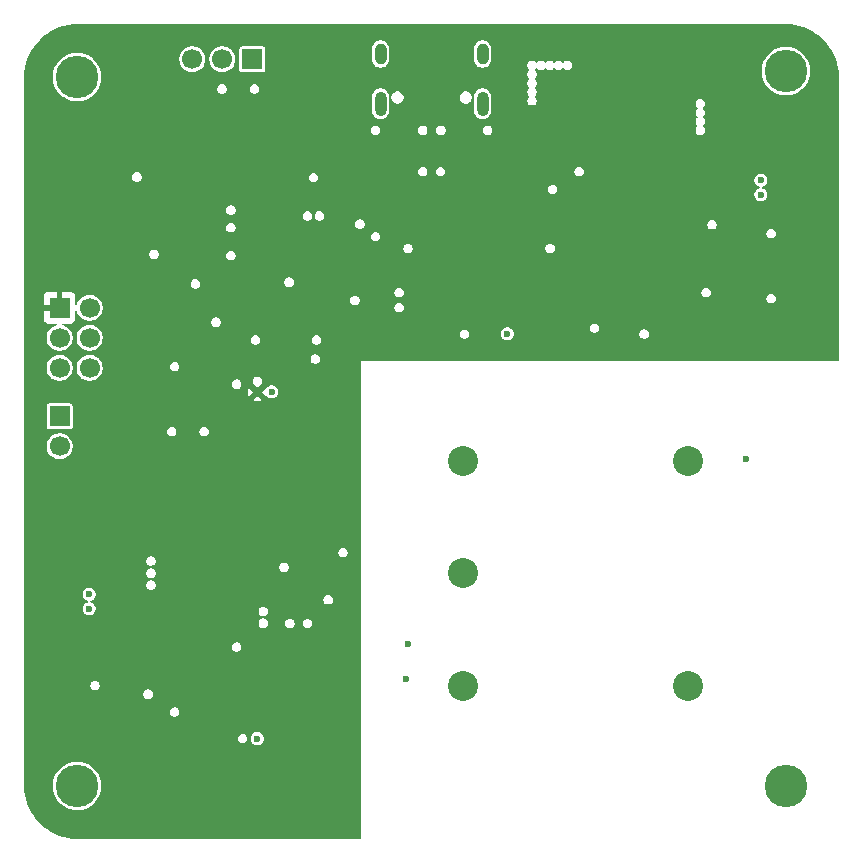
<source format=gbr>
%TF.GenerationSoftware,KiCad,Pcbnew,9.0.4*%
%TF.CreationDate,2025-10-01T21:18:27+02:00*%
%TF.ProjectId,gpsdo,67707364-6f2e-46b6-9963-61645f706362,rev?*%
%TF.SameCoordinates,Original*%
%TF.FileFunction,Copper,L3,Inr*%
%TF.FilePolarity,Positive*%
%FSLAX46Y46*%
G04 Gerber Fmt 4.6, Leading zero omitted, Abs format (unit mm)*
G04 Created by KiCad (PCBNEW 9.0.4) date 2025-10-01 21:18:27*
%MOMM*%
%LPD*%
G01*
G04 APERTURE LIST*
%TA.AperFunction,ComponentPad*%
%ADD10C,2.540000*%
%TD*%
%TA.AperFunction,ComponentPad*%
%ADD11C,3.600000*%
%TD*%
%TA.AperFunction,ComponentPad*%
%ADD12R,1.700000X1.700000*%
%TD*%
%TA.AperFunction,ComponentPad*%
%ADD13C,1.700000*%
%TD*%
%TA.AperFunction,HeatsinkPad*%
%ADD14O,1.000000X2.100000*%
%TD*%
%TA.AperFunction,HeatsinkPad*%
%ADD15O,1.000000X1.800000*%
%TD*%
%TA.AperFunction,ComponentPad*%
%ADD16C,0.600000*%
%TD*%
%TA.AperFunction,ViaPad*%
%ADD17C,0.600000*%
%TD*%
G04 APERTURE END LIST*
D10*
%TO.N,OCXO_Out*%
%TO.C,OSC5A2B1*%
X145450000Y-102225000D03*
%TO.N,GNDA*%
X145450000Y-111750000D03*
%TO.N,Net-(OSC5A2B1-Vref)*%
X145450000Y-121275000D03*
%TO.N,unconnected-(OSC5A2B1-NC-Pad4)*%
X164500000Y-121275000D03*
%TO.N,VCC_5V*%
X164500000Y-102225000D03*
%TD*%
D11*
%TO.N,N/C*%
%TO.C,REF\u002A\u002A*%
X112750000Y-69750000D03*
%TD*%
D12*
%TO.N,OCXO_10MHZ*%
%TO.C,J4*%
X127580000Y-68250000D03*
D13*
%TO.N,OCXO_625KHZ*%
X125040000Y-68250000D03*
%TO.N,GND*%
X122500000Y-68250000D03*
%TD*%
D12*
%TO.N,PPS_5V*%
%TO.C,J1*%
X111250000Y-98475000D03*
D13*
%TO.N,GND*%
X111250000Y-101015000D03*
%TD*%
D11*
%TO.N,N/C*%
%TO.C,REF\u002A\u002A*%
X172750000Y-129750000D03*
%TD*%
D14*
%TO.N,GND*%
%TO.C,J3*%
X147070000Y-72000000D03*
D15*
X147070000Y-67800000D03*
D14*
X138430000Y-72000000D03*
D15*
X138430000Y-67800000D03*
%TD*%
D11*
%TO.N,N/C*%
%TO.C,REF\u002A\u002A*%
X172750000Y-69250000D03*
%TD*%
%TO.N,N/C*%
%TO.C,REF\u002A\u002A*%
X112750000Y-129750000D03*
%TD*%
D16*
%TO.N,GNDA*%
%TO.C,NT1*%
X113750000Y-114750000D03*
%TO.N,GND*%
X113750000Y-113550000D03*
%TD*%
%TO.N,VDDA_3V3*%
%TO.C,NT2*%
X129200000Y-96400000D03*
%TO.N,VDD_3V3*%
X128000000Y-96400000D03*
%TD*%
D12*
%TO.N,VDD_3V3*%
%TO.C,J2*%
X111250000Y-89277500D03*
D13*
%TO.N,NRST*%
X113790000Y-89277500D03*
%TO.N,SWO*%
X111250000Y-91817500D03*
%TO.N,SWCLK*%
X113790000Y-91817500D03*
%TO.N,SWDIO*%
X111250000Y-94357500D03*
%TO.N,GND*%
X113790000Y-94357500D03*
%TD*%
D16*
%TO.N,GNDA*%
%TO.C,NT3*%
X170625000Y-79700000D03*
%TO.N,GND*%
X170625000Y-78500000D03*
%TD*%
D17*
%TO.N,GNDA*%
X169407500Y-102092500D03*
X140625000Y-120750000D03*
X140750000Y-117750000D03*
X128000000Y-125750000D03*
%TO.N,GND*%
X149168750Y-91500000D03*
%TO.N,VDD_3V3*%
X127500000Y-107750000D03*
X163500000Y-76250000D03*
X159000000Y-77750000D03*
X163500000Y-68750000D03*
X152418750Y-91500000D03*
X163500000Y-69500000D03*
X162750000Y-68750000D03*
X162750000Y-77000000D03*
X162000000Y-69500000D03*
X163500000Y-77000000D03*
X110400000Y-76400000D03*
X162750000Y-69500000D03*
X159750000Y-68750000D03*
X162000000Y-77000000D03*
X160500000Y-68750000D03*
X162750000Y-76250000D03*
X162000000Y-68750000D03*
X163500000Y-70250000D03*
X162750000Y-70250000D03*
X161250000Y-68750000D03*
X138750000Y-86250000D03*
X119000000Y-113550003D03*
X162750000Y-77750000D03*
X160500000Y-77750000D03*
X162000000Y-77750000D03*
X131000000Y-77250000D03*
X123750000Y-87250000D03*
X159750000Y-77750000D03*
X136250000Y-111750000D03*
X159000000Y-68750000D03*
X163500000Y-77750000D03*
X161250000Y-77750000D03*
X164000000Y-91500000D03*
%TD*%
%TA.AperFunction,Conductor*%
%TO.N,VDD_3V3*%
G36*
X172751351Y-65250559D02*
G01*
X173139481Y-65267505D01*
X173144799Y-65267969D01*
X173528687Y-65318510D01*
X173533937Y-65319436D01*
X173911942Y-65403237D01*
X173917098Y-65404618D01*
X174229133Y-65503002D01*
X174286357Y-65521045D01*
X174291399Y-65522880D01*
X174649104Y-65671046D01*
X174653945Y-65673304D01*
X174997372Y-65852081D01*
X175002004Y-65854755D01*
X175165278Y-65958772D01*
X175328546Y-66062785D01*
X175332941Y-66065863D01*
X175458592Y-66162278D01*
X175640098Y-66301552D01*
X175644188Y-66304983D01*
X175929654Y-66566565D01*
X175933434Y-66570345D01*
X176195014Y-66855809D01*
X176198448Y-66859903D01*
X176245778Y-66921584D01*
X176434136Y-67167058D01*
X176437214Y-67171453D01*
X176645240Y-67497988D01*
X176647922Y-67502634D01*
X176826690Y-67846043D01*
X176828958Y-67850906D01*
X176977119Y-68208600D01*
X176978954Y-68213642D01*
X177095377Y-68582888D01*
X177096765Y-68588070D01*
X177180560Y-68966045D01*
X177181492Y-68971329D01*
X177232028Y-69355187D01*
X177232495Y-69360531D01*
X177249441Y-69748648D01*
X177249500Y-69751331D01*
X177249500Y-93703530D01*
X177231487Y-93747017D01*
X177188000Y-93765030D01*
X177187977Y-93765030D01*
X168367547Y-93761751D01*
X168362492Y-93761541D01*
X168217174Y-93749500D01*
X168217162Y-93749500D01*
X168065892Y-93749500D01*
X158315892Y-93749500D01*
X158250000Y-93749500D01*
X158124802Y-93749500D01*
X158124794Y-93749500D01*
X158070582Y-93757295D01*
X158061807Y-93757921D01*
X152172921Y-93755732D01*
X152164192Y-93755106D01*
X152125206Y-93749500D01*
X152125198Y-93749500D01*
X152065892Y-93749500D01*
X142065892Y-93749500D01*
X142000000Y-93749500D01*
X141782838Y-93749500D01*
X141782826Y-93749500D01*
X141756900Y-93751649D01*
X141751799Y-93751859D01*
X136750000Y-93750000D01*
X136750000Y-98774259D01*
X136749790Y-98779337D01*
X136749500Y-98782826D01*
X136749500Y-108875197D01*
X136749657Y-108877395D01*
X136749593Y-108877399D01*
X136750000Y-108883077D01*
X136750000Y-114866924D01*
X136749593Y-114872603D01*
X136749657Y-114872608D01*
X136749500Y-114874805D01*
X136749500Y-125217169D01*
X136749790Y-125220660D01*
X136750000Y-125225740D01*
X136750000Y-134188000D01*
X136731987Y-134231487D01*
X136688500Y-134249500D01*
X112751332Y-134249500D01*
X112748649Y-134249441D01*
X112360531Y-134232495D01*
X112355187Y-134232028D01*
X111971329Y-134181492D01*
X111966045Y-134180560D01*
X111588070Y-134096765D01*
X111582888Y-134095377D01*
X111213642Y-133978954D01*
X111208600Y-133977119D01*
X110850906Y-133828958D01*
X110846043Y-133826690D01*
X110502634Y-133647922D01*
X110497988Y-133645240D01*
X110171453Y-133437214D01*
X110167058Y-133434136D01*
X109985562Y-133294870D01*
X109859903Y-133198448D01*
X109855809Y-133195014D01*
X109570345Y-132933434D01*
X109566565Y-132929654D01*
X109304983Y-132644188D01*
X109301552Y-132640098D01*
X109162278Y-132458592D01*
X109065863Y-132332941D01*
X109062785Y-132328546D01*
X108854759Y-132002011D01*
X108852077Y-131997365D01*
X108673304Y-131653945D01*
X108671046Y-131649104D01*
X108522880Y-131291399D01*
X108521045Y-131286357D01*
X108463828Y-131104888D01*
X108404618Y-130917098D01*
X108403237Y-130911942D01*
X108319436Y-130533937D01*
X108318510Y-130528687D01*
X108267969Y-130144799D01*
X108267505Y-130139481D01*
X108250559Y-129751351D01*
X108250500Y-129748668D01*
X108250500Y-129615597D01*
X110699500Y-129615597D01*
X110699500Y-129884402D01*
X110734585Y-130150898D01*
X110804151Y-130410520D01*
X110804153Y-130410526D01*
X110907016Y-130658859D01*
X110992219Y-130806435D01*
X111041412Y-130891640D01*
X111060956Y-130917111D01*
X111205044Y-131104890D01*
X111395110Y-131294956D01*
X111608359Y-131458587D01*
X111841141Y-131592984D01*
X112089474Y-131695847D01*
X112271970Y-131744746D01*
X112349101Y-131765414D01*
X112349102Y-131765414D01*
X112349109Y-131765416D01*
X112615603Y-131800500D01*
X112615606Y-131800500D01*
X112884394Y-131800500D01*
X112884397Y-131800500D01*
X113150891Y-131765416D01*
X113410526Y-131695847D01*
X113658859Y-131592984D01*
X113891641Y-131458587D01*
X114104890Y-131294956D01*
X114294956Y-131104890D01*
X114458587Y-130891641D01*
X114592984Y-130658859D01*
X114695847Y-130410526D01*
X114765416Y-130150891D01*
X114800500Y-129884397D01*
X114800500Y-129615603D01*
X114765416Y-129349109D01*
X114763261Y-129341068D01*
X114695848Y-129089479D01*
X114695847Y-129089474D01*
X114592984Y-128841141D01*
X114458587Y-128608359D01*
X114435556Y-128578344D01*
X114294957Y-128395111D01*
X114104888Y-128205042D01*
X113891640Y-128041412D01*
X113806435Y-127992219D01*
X113658859Y-127907016D01*
X113410526Y-127804153D01*
X113410520Y-127804151D01*
X113150898Y-127734585D01*
X113150891Y-127734584D01*
X113122519Y-127730848D01*
X112884402Y-127699500D01*
X112884397Y-127699500D01*
X112615603Y-127699500D01*
X112615597Y-127699500D01*
X112349101Y-127734585D01*
X112089479Y-127804151D01*
X112089473Y-127804153D01*
X111841143Y-127907015D01*
X111608359Y-128041412D01*
X111395111Y-128205042D01*
X111205042Y-128395111D01*
X111041412Y-128608359D01*
X110907015Y-128841143D01*
X110804153Y-129089473D01*
X110804151Y-129089479D01*
X110734585Y-129349101D01*
X110699500Y-129615597D01*
X108250500Y-129615597D01*
X108250500Y-125697269D01*
X126349500Y-125697269D01*
X126349500Y-125802730D01*
X126376790Y-125904580D01*
X126376792Y-125904584D01*
X126376793Y-125904587D01*
X126429520Y-125995913D01*
X126504087Y-126070480D01*
X126595413Y-126123207D01*
X126595417Y-126123208D01*
X126595419Y-126123209D01*
X126697269Y-126150499D01*
X126697271Y-126150500D01*
X126697273Y-126150500D01*
X126802729Y-126150500D01*
X126802729Y-126150499D01*
X126904587Y-126123207D01*
X126995913Y-126070480D01*
X127070480Y-125995913D01*
X127123207Y-125904587D01*
X127150499Y-125802729D01*
X127150500Y-125802729D01*
X127150500Y-125697272D01*
X127148394Y-125689413D01*
X127148394Y-125689411D01*
X127145208Y-125677522D01*
X127449500Y-125677522D01*
X127449500Y-125822477D01*
X127487014Y-125962480D01*
X127487015Y-125962482D01*
X127487016Y-125962485D01*
X127559491Y-126088015D01*
X127661985Y-126190509D01*
X127787515Y-126262984D01*
X127787519Y-126262985D01*
X127927523Y-126300500D01*
X127927525Y-126300500D01*
X128072476Y-126300500D01*
X128134206Y-126283958D01*
X128212485Y-126262984D01*
X128338015Y-126190509D01*
X128440509Y-126088015D01*
X128512984Y-125962485D01*
X128528500Y-125904580D01*
X128550500Y-125822477D01*
X128550500Y-125677522D01*
X128512985Y-125537519D01*
X128512984Y-125537515D01*
X128440509Y-125411985D01*
X128338015Y-125309491D01*
X128212485Y-125237016D01*
X128212482Y-125237015D01*
X128212480Y-125237014D01*
X128072477Y-125199500D01*
X128072475Y-125199500D01*
X127927525Y-125199500D01*
X127927523Y-125199500D01*
X127787519Y-125237014D01*
X127787515Y-125237016D01*
X127661986Y-125309490D01*
X127661981Y-125309494D01*
X127559494Y-125411981D01*
X127559490Y-125411986D01*
X127487016Y-125537515D01*
X127487014Y-125537519D01*
X127449500Y-125677522D01*
X127145208Y-125677522D01*
X127123209Y-125595419D01*
X127123208Y-125595417D01*
X127123207Y-125595413D01*
X127070480Y-125504087D01*
X126995913Y-125429520D01*
X126904587Y-125376793D01*
X126904584Y-125376792D01*
X126904580Y-125376790D01*
X126802730Y-125349500D01*
X126802727Y-125349500D01*
X126697273Y-125349500D01*
X126697270Y-125349500D01*
X126595419Y-125376790D01*
X126595413Y-125376793D01*
X126504088Y-125429519D01*
X126504083Y-125429523D01*
X126429523Y-125504083D01*
X126429519Y-125504088D01*
X126376793Y-125595413D01*
X126376790Y-125595419D01*
X126349500Y-125697269D01*
X108250500Y-125697269D01*
X108250500Y-123447269D01*
X120599500Y-123447269D01*
X120599500Y-123552730D01*
X120626790Y-123654580D01*
X120626792Y-123654584D01*
X120626793Y-123654587D01*
X120679520Y-123745913D01*
X120754087Y-123820480D01*
X120845413Y-123873207D01*
X120845417Y-123873208D01*
X120845419Y-123873209D01*
X120947269Y-123900499D01*
X120947271Y-123900500D01*
X120947273Y-123900500D01*
X121052729Y-123900500D01*
X121052729Y-123900499D01*
X121154587Y-123873207D01*
X121245913Y-123820480D01*
X121320480Y-123745913D01*
X121373207Y-123654587D01*
X121400499Y-123552729D01*
X121400500Y-123552729D01*
X121400500Y-123447270D01*
X121400499Y-123447269D01*
X121373209Y-123345419D01*
X121373208Y-123345417D01*
X121373207Y-123345413D01*
X121320480Y-123254087D01*
X121245913Y-123179520D01*
X121154587Y-123126793D01*
X121154584Y-123126792D01*
X121154580Y-123126790D01*
X121052730Y-123099500D01*
X121052727Y-123099500D01*
X120947273Y-123099500D01*
X120947270Y-123099500D01*
X120845419Y-123126790D01*
X120845413Y-123126793D01*
X120754088Y-123179519D01*
X120754083Y-123179523D01*
X120679523Y-123254083D01*
X120679519Y-123254088D01*
X120626793Y-123345413D01*
X120626790Y-123345419D01*
X120599500Y-123447269D01*
X108250500Y-123447269D01*
X108250500Y-121947269D01*
X118349500Y-121947269D01*
X118349500Y-122052730D01*
X118376790Y-122154580D01*
X118376792Y-122154584D01*
X118376793Y-122154587D01*
X118429520Y-122245913D01*
X118504087Y-122320480D01*
X118595413Y-122373207D01*
X118595417Y-122373208D01*
X118595419Y-122373209D01*
X118697269Y-122400499D01*
X118697271Y-122400500D01*
X118697273Y-122400500D01*
X118802729Y-122400500D01*
X118802729Y-122400499D01*
X118904587Y-122373207D01*
X118995913Y-122320480D01*
X119070480Y-122245913D01*
X119123207Y-122154587D01*
X119150499Y-122052729D01*
X119150500Y-122052729D01*
X119150500Y-121947270D01*
X119150499Y-121947269D01*
X119123209Y-121845419D01*
X119123208Y-121845417D01*
X119123207Y-121845413D01*
X119070480Y-121754087D01*
X118995913Y-121679520D01*
X118904587Y-121626793D01*
X118904584Y-121626792D01*
X118904580Y-121626790D01*
X118802730Y-121599500D01*
X118802727Y-121599500D01*
X118697273Y-121599500D01*
X118697270Y-121599500D01*
X118595419Y-121626790D01*
X118595413Y-121626793D01*
X118504088Y-121679519D01*
X118504083Y-121679523D01*
X118429523Y-121754083D01*
X118429519Y-121754088D01*
X118376793Y-121845413D01*
X118376790Y-121845419D01*
X118349500Y-121947269D01*
X108250500Y-121947269D01*
X108250500Y-121197269D01*
X113849500Y-121197269D01*
X113849500Y-121302730D01*
X113876790Y-121404580D01*
X113876792Y-121404584D01*
X113876793Y-121404587D01*
X113929520Y-121495913D01*
X114004087Y-121570480D01*
X114095413Y-121623207D01*
X114095417Y-121623208D01*
X114095419Y-121623209D01*
X114197269Y-121650499D01*
X114197271Y-121650500D01*
X114197273Y-121650500D01*
X114302729Y-121650500D01*
X114302729Y-121650499D01*
X114365059Y-121633798D01*
X114404580Y-121623209D01*
X114404580Y-121623208D01*
X114404587Y-121623207D01*
X114495913Y-121570480D01*
X114570480Y-121495913D01*
X114623207Y-121404587D01*
X114650499Y-121302729D01*
X114650500Y-121302729D01*
X114650500Y-121197270D01*
X114650499Y-121197269D01*
X114623209Y-121095419D01*
X114623208Y-121095417D01*
X114623207Y-121095413D01*
X114570480Y-121004087D01*
X114495913Y-120929520D01*
X114404587Y-120876793D01*
X114404584Y-120876792D01*
X114404580Y-120876790D01*
X114302730Y-120849500D01*
X114302727Y-120849500D01*
X114197273Y-120849500D01*
X114197270Y-120849500D01*
X114095419Y-120876790D01*
X114095413Y-120876793D01*
X114004088Y-120929519D01*
X114004083Y-120929523D01*
X113929523Y-121004083D01*
X113929519Y-121004088D01*
X113876793Y-121095413D01*
X113876790Y-121095419D01*
X113849500Y-121197269D01*
X108250500Y-121197269D01*
X108250500Y-117947269D01*
X125849500Y-117947269D01*
X125849500Y-118052730D01*
X125876790Y-118154580D01*
X125876792Y-118154584D01*
X125876793Y-118154587D01*
X125929520Y-118245913D01*
X126004087Y-118320480D01*
X126095413Y-118373207D01*
X126095417Y-118373208D01*
X126095419Y-118373209D01*
X126197269Y-118400499D01*
X126197271Y-118400500D01*
X126197273Y-118400500D01*
X126302729Y-118400500D01*
X126302729Y-118400499D01*
X126404587Y-118373207D01*
X126495913Y-118320480D01*
X126570480Y-118245913D01*
X126623207Y-118154587D01*
X126650499Y-118052729D01*
X126650500Y-118052729D01*
X126650500Y-117947270D01*
X126650499Y-117947269D01*
X126623209Y-117845419D01*
X126623208Y-117845417D01*
X126623207Y-117845413D01*
X126570480Y-117754087D01*
X126495913Y-117679520D01*
X126404587Y-117626793D01*
X126404584Y-117626792D01*
X126404580Y-117626790D01*
X126302730Y-117599500D01*
X126302727Y-117599500D01*
X126197273Y-117599500D01*
X126197270Y-117599500D01*
X126095419Y-117626790D01*
X126095413Y-117626793D01*
X126004088Y-117679519D01*
X126004083Y-117679523D01*
X125929523Y-117754083D01*
X125929519Y-117754088D01*
X125876793Y-117845413D01*
X125876790Y-117845419D01*
X125849500Y-117947269D01*
X108250500Y-117947269D01*
X108250500Y-115926019D01*
X128099500Y-115926019D01*
X128099500Y-116031480D01*
X128126790Y-116133330D01*
X128126792Y-116133334D01*
X128126793Y-116133337D01*
X128179520Y-116224663D01*
X128254087Y-116299230D01*
X128345413Y-116351957D01*
X128345417Y-116351958D01*
X128345419Y-116351959D01*
X128447269Y-116379249D01*
X128447271Y-116379250D01*
X128447273Y-116379250D01*
X128552729Y-116379250D01*
X128552729Y-116379249D01*
X128654587Y-116351957D01*
X128745913Y-116299230D01*
X128820480Y-116224663D01*
X128873207Y-116133337D01*
X128900499Y-116031479D01*
X128900500Y-116031479D01*
X128900500Y-115947269D01*
X130349500Y-115947269D01*
X130349500Y-116052730D01*
X130376790Y-116154580D01*
X130376792Y-116154584D01*
X130376793Y-116154587D01*
X130429520Y-116245913D01*
X130504087Y-116320480D01*
X130595413Y-116373207D01*
X130595417Y-116373208D01*
X130595419Y-116373209D01*
X130697269Y-116400499D01*
X130697271Y-116400500D01*
X130697273Y-116400500D01*
X130802729Y-116400500D01*
X130802729Y-116400499D01*
X130904587Y-116373207D01*
X130995913Y-116320480D01*
X131070480Y-116245913D01*
X131123207Y-116154587D01*
X131150499Y-116052729D01*
X131150500Y-116052729D01*
X131150500Y-115947270D01*
X131150499Y-115947269D01*
X131849500Y-115947269D01*
X131849500Y-116052730D01*
X131876790Y-116154580D01*
X131876792Y-116154584D01*
X131876793Y-116154587D01*
X131929520Y-116245913D01*
X132004087Y-116320480D01*
X132095413Y-116373207D01*
X132095417Y-116373208D01*
X132095419Y-116373209D01*
X132197269Y-116400499D01*
X132197271Y-116400500D01*
X132197273Y-116400500D01*
X132302729Y-116400500D01*
X132302729Y-116400499D01*
X132404587Y-116373207D01*
X132495913Y-116320480D01*
X132570480Y-116245913D01*
X132623207Y-116154587D01*
X132650499Y-116052729D01*
X132650500Y-116052729D01*
X132650500Y-115947270D01*
X132650499Y-115947269D01*
X132623209Y-115845419D01*
X132623208Y-115845417D01*
X132623207Y-115845413D01*
X132570480Y-115754087D01*
X132495913Y-115679520D01*
X132404587Y-115626793D01*
X132404584Y-115626792D01*
X132404580Y-115626790D01*
X132302730Y-115599500D01*
X132302727Y-115599500D01*
X132197273Y-115599500D01*
X132197270Y-115599500D01*
X132095419Y-115626790D01*
X132095413Y-115626793D01*
X132004088Y-115679519D01*
X132004083Y-115679523D01*
X131929523Y-115754083D01*
X131929519Y-115754088D01*
X131876793Y-115845413D01*
X131876790Y-115845419D01*
X131849500Y-115947269D01*
X131150499Y-115947269D01*
X131123209Y-115845419D01*
X131123208Y-115845417D01*
X131123207Y-115845413D01*
X131070480Y-115754087D01*
X130995913Y-115679520D01*
X130904587Y-115626793D01*
X130904584Y-115626792D01*
X130904580Y-115626790D01*
X130802730Y-115599500D01*
X130802727Y-115599500D01*
X130697273Y-115599500D01*
X130697270Y-115599500D01*
X130595419Y-115626790D01*
X130595413Y-115626793D01*
X130504088Y-115679519D01*
X130504083Y-115679523D01*
X130429523Y-115754083D01*
X130429519Y-115754088D01*
X130376793Y-115845413D01*
X130376790Y-115845419D01*
X130349500Y-115947269D01*
X128900500Y-115947269D01*
X128900500Y-115926020D01*
X128900499Y-115926019D01*
X128873209Y-115824169D01*
X128873208Y-115824167D01*
X128873207Y-115824163D01*
X128820480Y-115732837D01*
X128745913Y-115658270D01*
X128654587Y-115605543D01*
X128654584Y-115605542D01*
X128654580Y-115605540D01*
X128552730Y-115578250D01*
X128552727Y-115578250D01*
X128447273Y-115578250D01*
X128447270Y-115578250D01*
X128345419Y-115605540D01*
X128345413Y-115605543D01*
X128254088Y-115658269D01*
X128254083Y-115658273D01*
X128179523Y-115732833D01*
X128179519Y-115732838D01*
X128126793Y-115824163D01*
X128126790Y-115824169D01*
X128099500Y-115926019D01*
X108250500Y-115926019D01*
X108250500Y-113477522D01*
X113199500Y-113477522D01*
X113199500Y-113622477D01*
X113237014Y-113762480D01*
X113237015Y-113762482D01*
X113237016Y-113762485D01*
X113309491Y-113888015D01*
X113411985Y-113990509D01*
X113537515Y-114062984D01*
X113537519Y-114062985D01*
X113640561Y-114090596D01*
X113677904Y-114119250D01*
X113684047Y-114165918D01*
X113655393Y-114203261D01*
X113640561Y-114209404D01*
X113537519Y-114237014D01*
X113537515Y-114237016D01*
X113411986Y-114309490D01*
X113411981Y-114309494D01*
X113309494Y-114411981D01*
X113309490Y-114411986D01*
X113237016Y-114537515D01*
X113237014Y-114537519D01*
X113199500Y-114677522D01*
X113199500Y-114822477D01*
X113237014Y-114962480D01*
X113237015Y-114962482D01*
X113237016Y-114962485D01*
X113309491Y-115088015D01*
X113411985Y-115190509D01*
X113537515Y-115262984D01*
X113537519Y-115262985D01*
X113677523Y-115300500D01*
X113677525Y-115300500D01*
X113822476Y-115300500D01*
X113884206Y-115283958D01*
X113962485Y-115262984D01*
X114088015Y-115190509D01*
X114190509Y-115088015D01*
X114262984Y-114962485D01*
X114272755Y-114926019D01*
X128099500Y-114926019D01*
X128099500Y-115031480D01*
X128126790Y-115133330D01*
X128126792Y-115133334D01*
X128126793Y-115133337D01*
X128179520Y-115224663D01*
X128254087Y-115299230D01*
X128345413Y-115351957D01*
X128345417Y-115351958D01*
X128345419Y-115351959D01*
X128447269Y-115379249D01*
X128447271Y-115379250D01*
X128447273Y-115379250D01*
X128552729Y-115379250D01*
X128552729Y-115379249D01*
X128654587Y-115351957D01*
X128745913Y-115299230D01*
X128820480Y-115224663D01*
X128873207Y-115133337D01*
X128900499Y-115031479D01*
X128900500Y-115031479D01*
X128900500Y-114926020D01*
X128900499Y-114926019D01*
X128873209Y-114824169D01*
X128873208Y-114824167D01*
X128873207Y-114824163D01*
X128820480Y-114732837D01*
X128745913Y-114658270D01*
X128654587Y-114605543D01*
X128654584Y-114605542D01*
X128654580Y-114605540D01*
X128552730Y-114578250D01*
X128552727Y-114578250D01*
X128447273Y-114578250D01*
X128447270Y-114578250D01*
X128345419Y-114605540D01*
X128345413Y-114605543D01*
X128254088Y-114658269D01*
X128254083Y-114658273D01*
X128179523Y-114732833D01*
X128179519Y-114732838D01*
X128126793Y-114824163D01*
X128126790Y-114824169D01*
X128099500Y-114926019D01*
X114272755Y-114926019D01*
X114278100Y-114906074D01*
X114300500Y-114822477D01*
X114300500Y-114677522D01*
X114262985Y-114537519D01*
X114262984Y-114537515D01*
X114190509Y-114411985D01*
X114088015Y-114309491D01*
X113962485Y-114237016D01*
X113962482Y-114237015D01*
X113962480Y-114237014D01*
X113859438Y-114209404D01*
X113822095Y-114180750D01*
X113815952Y-114134082D01*
X113844606Y-114096739D01*
X113859438Y-114090596D01*
X113909453Y-114077194D01*
X113962485Y-114062984D01*
X114088015Y-113990509D01*
X114131255Y-113947269D01*
X133599500Y-113947269D01*
X133599500Y-114052730D01*
X133626790Y-114154580D01*
X133626792Y-114154584D01*
X133626793Y-114154587D01*
X133679520Y-114245913D01*
X133754087Y-114320480D01*
X133845413Y-114373207D01*
X133845417Y-114373208D01*
X133845419Y-114373209D01*
X133947269Y-114400499D01*
X133947271Y-114400500D01*
X133947273Y-114400500D01*
X134052729Y-114400500D01*
X134052729Y-114400499D01*
X134154587Y-114373207D01*
X134245913Y-114320480D01*
X134320480Y-114245913D01*
X134373207Y-114154587D01*
X134400499Y-114052729D01*
X134400500Y-114052729D01*
X134400500Y-113947270D01*
X134400499Y-113947269D01*
X134373209Y-113845419D01*
X134373208Y-113845417D01*
X134373207Y-113845413D01*
X134320480Y-113754087D01*
X134245913Y-113679520D01*
X134154587Y-113626793D01*
X134154584Y-113626792D01*
X134154580Y-113626790D01*
X134052730Y-113599500D01*
X134052727Y-113599500D01*
X133947273Y-113599500D01*
X133947270Y-113599500D01*
X133845419Y-113626790D01*
X133845413Y-113626793D01*
X133754088Y-113679519D01*
X133754083Y-113679523D01*
X133679523Y-113754083D01*
X133679519Y-113754088D01*
X133626793Y-113845413D01*
X133626790Y-113845419D01*
X133599500Y-113947269D01*
X114131255Y-113947269D01*
X114190509Y-113888015D01*
X114262984Y-113762485D01*
X114299344Y-113626790D01*
X114300500Y-113622477D01*
X114300500Y-113477522D01*
X114262985Y-113337519D01*
X114262984Y-113337515D01*
X114190509Y-113211985D01*
X114088015Y-113109491D01*
X113962485Y-113037016D01*
X113962482Y-113037015D01*
X113962480Y-113037014D01*
X113822477Y-112999500D01*
X113822475Y-112999500D01*
X113677525Y-112999500D01*
X113677523Y-112999500D01*
X113537519Y-113037014D01*
X113537515Y-113037016D01*
X113411986Y-113109490D01*
X113411981Y-113109494D01*
X113309494Y-113211981D01*
X113309490Y-113211986D01*
X113237016Y-113337515D01*
X113237014Y-113337519D01*
X113199500Y-113477522D01*
X108250500Y-113477522D01*
X108250500Y-112697269D01*
X118599500Y-112697269D01*
X118599500Y-112802730D01*
X118626790Y-112904580D01*
X118626792Y-112904584D01*
X118626793Y-112904587D01*
X118679520Y-112995913D01*
X118754087Y-113070480D01*
X118845413Y-113123207D01*
X118845417Y-113123208D01*
X118845419Y-113123209D01*
X118947269Y-113150499D01*
X118947271Y-113150500D01*
X118947273Y-113150500D01*
X119052729Y-113150500D01*
X119052729Y-113150499D01*
X119154587Y-113123207D01*
X119245913Y-113070480D01*
X119320480Y-112995913D01*
X119373207Y-112904587D01*
X119400499Y-112802729D01*
X119400500Y-112802729D01*
X119400500Y-112697270D01*
X119400499Y-112697269D01*
X119373209Y-112595419D01*
X119373208Y-112595417D01*
X119373207Y-112595413D01*
X119320480Y-112504087D01*
X119245913Y-112429520D01*
X119154587Y-112376793D01*
X119154584Y-112376792D01*
X119154580Y-112376790D01*
X119052730Y-112349500D01*
X119052727Y-112349500D01*
X118947273Y-112349500D01*
X118947270Y-112349500D01*
X118845419Y-112376790D01*
X118845413Y-112376793D01*
X118754088Y-112429519D01*
X118754083Y-112429523D01*
X118679523Y-112504083D01*
X118679519Y-112504088D01*
X118626793Y-112595413D01*
X118626790Y-112595419D01*
X118599500Y-112697269D01*
X108250500Y-112697269D01*
X108250500Y-111697269D01*
X118599500Y-111697269D01*
X118599500Y-111802730D01*
X118626790Y-111904580D01*
X118626792Y-111904584D01*
X118626793Y-111904587D01*
X118679520Y-111995913D01*
X118754087Y-112070480D01*
X118845413Y-112123207D01*
X118845417Y-112123208D01*
X118845419Y-112123209D01*
X118947269Y-112150499D01*
X118947271Y-112150500D01*
X118947273Y-112150500D01*
X119052729Y-112150500D01*
X119052729Y-112150499D01*
X119154587Y-112123207D01*
X119245913Y-112070480D01*
X119320480Y-111995913D01*
X119373207Y-111904587D01*
X119400499Y-111802729D01*
X119400500Y-111802729D01*
X119400500Y-111697270D01*
X119400499Y-111697269D01*
X119373209Y-111595419D01*
X119373208Y-111595417D01*
X119373207Y-111595413D01*
X119320480Y-111504087D01*
X119245913Y-111429520D01*
X119154587Y-111376793D01*
X119154584Y-111376792D01*
X119154580Y-111376790D01*
X119052730Y-111349500D01*
X119052727Y-111349500D01*
X118947273Y-111349500D01*
X118947270Y-111349500D01*
X118845419Y-111376790D01*
X118845413Y-111376793D01*
X118754088Y-111429519D01*
X118754083Y-111429523D01*
X118679523Y-111504083D01*
X118679519Y-111504088D01*
X118626793Y-111595413D01*
X118626790Y-111595419D01*
X118599500Y-111697269D01*
X108250500Y-111697269D01*
X108250500Y-111197269D01*
X129849500Y-111197269D01*
X129849500Y-111302730D01*
X129876790Y-111404580D01*
X129876792Y-111404584D01*
X129876793Y-111404587D01*
X129929520Y-111495913D01*
X130004087Y-111570480D01*
X130095413Y-111623207D01*
X130095417Y-111623208D01*
X130095419Y-111623209D01*
X130197269Y-111650499D01*
X130197271Y-111650500D01*
X130197273Y-111650500D01*
X130302729Y-111650500D01*
X130302729Y-111650499D01*
X130365059Y-111633798D01*
X130404580Y-111623209D01*
X130404580Y-111623208D01*
X130404587Y-111623207D01*
X130495913Y-111570480D01*
X130570480Y-111495913D01*
X130623207Y-111404587D01*
X130626058Y-111393949D01*
X130650499Y-111302730D01*
X130650500Y-111302729D01*
X130650500Y-111197270D01*
X130650499Y-111197269D01*
X130623209Y-111095419D01*
X130623208Y-111095417D01*
X130623207Y-111095413D01*
X130570480Y-111004087D01*
X130495913Y-110929520D01*
X130404587Y-110876793D01*
X130404584Y-110876792D01*
X130404580Y-110876790D01*
X130302730Y-110849500D01*
X130302727Y-110849500D01*
X130197273Y-110849500D01*
X130197270Y-110849500D01*
X130095419Y-110876790D01*
X130095413Y-110876793D01*
X130004088Y-110929519D01*
X130004083Y-110929523D01*
X129929523Y-111004083D01*
X129929519Y-111004088D01*
X129876793Y-111095413D01*
X129876790Y-111095419D01*
X129849500Y-111197269D01*
X108250500Y-111197269D01*
X108250500Y-110660612D01*
X118599500Y-110660612D01*
X118599500Y-110766073D01*
X118626790Y-110867923D01*
X118626792Y-110867927D01*
X118626793Y-110867930D01*
X118679520Y-110959256D01*
X118754087Y-111033823D01*
X118845413Y-111086550D01*
X118845417Y-111086551D01*
X118845419Y-111086552D01*
X118947269Y-111113842D01*
X118947271Y-111113843D01*
X118947273Y-111113843D01*
X119052729Y-111113843D01*
X119052729Y-111113842D01*
X119121487Y-111095419D01*
X119154580Y-111086552D01*
X119154580Y-111086551D01*
X119154587Y-111086550D01*
X119245913Y-111033823D01*
X119320480Y-110959256D01*
X119373207Y-110867930D01*
X119400499Y-110766072D01*
X119400500Y-110766072D01*
X119400500Y-110660613D01*
X119400499Y-110660612D01*
X119373209Y-110558762D01*
X119373208Y-110558760D01*
X119373207Y-110558756D01*
X119320480Y-110467430D01*
X119245913Y-110392863D01*
X119154587Y-110340136D01*
X119154584Y-110340135D01*
X119154580Y-110340133D01*
X119052730Y-110312843D01*
X119052727Y-110312843D01*
X118947273Y-110312843D01*
X118947270Y-110312843D01*
X118845419Y-110340133D01*
X118845413Y-110340136D01*
X118754088Y-110392862D01*
X118754083Y-110392866D01*
X118679523Y-110467426D01*
X118679519Y-110467431D01*
X118626793Y-110558756D01*
X118626790Y-110558762D01*
X118599500Y-110660612D01*
X108250500Y-110660612D01*
X108250500Y-109947269D01*
X134849500Y-109947269D01*
X134849500Y-110052730D01*
X134876790Y-110154580D01*
X134876792Y-110154584D01*
X134876793Y-110154587D01*
X134929520Y-110245913D01*
X135004087Y-110320480D01*
X135095413Y-110373207D01*
X135095417Y-110373208D01*
X135095419Y-110373209D01*
X135197269Y-110400499D01*
X135197271Y-110400500D01*
X135197273Y-110400500D01*
X135302729Y-110400500D01*
X135302729Y-110400499D01*
X135404587Y-110373207D01*
X135495913Y-110320480D01*
X135570480Y-110245913D01*
X135623207Y-110154587D01*
X135650499Y-110052729D01*
X135650500Y-110052729D01*
X135650500Y-109947270D01*
X135650499Y-109947269D01*
X135623209Y-109845419D01*
X135623208Y-109845417D01*
X135623207Y-109845413D01*
X135570480Y-109754087D01*
X135495913Y-109679520D01*
X135404587Y-109626793D01*
X135404584Y-109626792D01*
X135404580Y-109626790D01*
X135302730Y-109599500D01*
X135302727Y-109599500D01*
X135197273Y-109599500D01*
X135197270Y-109599500D01*
X135095419Y-109626790D01*
X135095413Y-109626793D01*
X135004088Y-109679519D01*
X135004083Y-109679523D01*
X134929523Y-109754083D01*
X134929519Y-109754088D01*
X134876793Y-109845413D01*
X134876790Y-109845419D01*
X134849500Y-109947269D01*
X108250500Y-109947269D01*
X108250500Y-100928385D01*
X110149500Y-100928385D01*
X110149500Y-101101614D01*
X110176598Y-101272703D01*
X110230127Y-101437446D01*
X110308769Y-101591790D01*
X110410584Y-101731926D01*
X110533073Y-101854415D01*
X110673209Y-101956230D01*
X110673212Y-101956232D01*
X110827555Y-102034873D01*
X110992296Y-102088401D01*
X110992299Y-102088402D01*
X111163389Y-102115500D01*
X111163393Y-102115500D01*
X111336607Y-102115500D01*
X111336611Y-102115500D01*
X111507701Y-102088402D01*
X111672445Y-102034873D01*
X111826788Y-101956232D01*
X111966928Y-101854414D01*
X112089414Y-101731928D01*
X112191232Y-101591788D01*
X112269873Y-101437445D01*
X112323402Y-101272701D01*
X112350500Y-101101611D01*
X112350500Y-100928389D01*
X112323402Y-100757299D01*
X112269873Y-100592555D01*
X112191232Y-100438212D01*
X112089414Y-100298072D01*
X111966928Y-100175586D01*
X111966927Y-100175585D01*
X111966926Y-100175584D01*
X111826790Y-100073769D01*
X111672446Y-99995127D01*
X111507702Y-99941598D01*
X111507704Y-99941598D01*
X111336614Y-99914500D01*
X111336611Y-99914500D01*
X111163389Y-99914500D01*
X111163385Y-99914500D01*
X110992296Y-99941598D01*
X110827553Y-99995127D01*
X110673209Y-100073769D01*
X110533073Y-100175584D01*
X110533073Y-100175585D01*
X110533072Y-100175586D01*
X110410586Y-100298072D01*
X110410585Y-100298073D01*
X110410584Y-100298073D01*
X110308769Y-100438209D01*
X110230127Y-100592553D01*
X110176598Y-100757296D01*
X110149500Y-100928385D01*
X108250500Y-100928385D01*
X108250500Y-99697269D01*
X120349500Y-99697269D01*
X120349500Y-99802730D01*
X120376790Y-99904580D01*
X120376792Y-99904584D01*
X120376793Y-99904587D01*
X120429520Y-99995913D01*
X120504087Y-100070480D01*
X120595413Y-100123207D01*
X120595417Y-100123208D01*
X120595419Y-100123209D01*
X120697269Y-100150499D01*
X120697271Y-100150500D01*
X120697273Y-100150500D01*
X120802729Y-100150500D01*
X120802729Y-100150499D01*
X120904587Y-100123207D01*
X120995913Y-100070480D01*
X121070480Y-99995913D01*
X121123207Y-99904587D01*
X121150499Y-99802729D01*
X121150500Y-99802729D01*
X121150500Y-99697270D01*
X121150499Y-99697269D01*
X123099500Y-99697269D01*
X123099500Y-99802730D01*
X123126790Y-99904580D01*
X123126792Y-99904584D01*
X123126793Y-99904587D01*
X123179520Y-99995913D01*
X123254087Y-100070480D01*
X123345413Y-100123207D01*
X123345417Y-100123208D01*
X123345419Y-100123209D01*
X123447269Y-100150499D01*
X123447271Y-100150500D01*
X123447273Y-100150500D01*
X123552729Y-100150500D01*
X123552729Y-100150499D01*
X123654587Y-100123207D01*
X123745913Y-100070480D01*
X123820480Y-99995913D01*
X123873207Y-99904587D01*
X123900499Y-99802729D01*
X123900500Y-99802729D01*
X123900500Y-99697270D01*
X123900499Y-99697269D01*
X123873209Y-99595419D01*
X123873208Y-99595417D01*
X123873207Y-99595413D01*
X123820480Y-99504087D01*
X123745913Y-99429520D01*
X123654587Y-99376793D01*
X123654584Y-99376792D01*
X123654580Y-99376790D01*
X123552730Y-99349500D01*
X123552727Y-99349500D01*
X123447273Y-99349500D01*
X123447270Y-99349500D01*
X123345419Y-99376790D01*
X123345413Y-99376793D01*
X123254088Y-99429519D01*
X123254083Y-99429523D01*
X123179523Y-99504083D01*
X123179519Y-99504088D01*
X123126793Y-99595413D01*
X123126790Y-99595419D01*
X123099500Y-99697269D01*
X121150499Y-99697269D01*
X121123209Y-99595419D01*
X121123208Y-99595417D01*
X121123207Y-99595413D01*
X121070480Y-99504087D01*
X120995913Y-99429520D01*
X120904587Y-99376793D01*
X120904584Y-99376792D01*
X120904580Y-99376790D01*
X120802730Y-99349500D01*
X120802727Y-99349500D01*
X120697273Y-99349500D01*
X120697270Y-99349500D01*
X120595419Y-99376790D01*
X120595413Y-99376793D01*
X120504088Y-99429519D01*
X120504083Y-99429523D01*
X120429523Y-99504083D01*
X120429519Y-99504088D01*
X120376793Y-99595413D01*
X120376790Y-99595419D01*
X120349500Y-99697269D01*
X108250500Y-99697269D01*
X108250500Y-97600322D01*
X110149500Y-97600322D01*
X110149500Y-99349677D01*
X110164032Y-99422738D01*
X110168564Y-99429520D01*
X110219399Y-99505601D01*
X110281615Y-99547172D01*
X110302261Y-99560967D01*
X110360473Y-99572545D01*
X110375322Y-99575499D01*
X110375323Y-99575500D01*
X110375326Y-99575500D01*
X112124677Y-99575500D01*
X112124677Y-99575499D01*
X112153980Y-99569670D01*
X112197738Y-99560967D01*
X112197739Y-99560966D01*
X112197740Y-99560966D01*
X112280601Y-99505601D01*
X112335966Y-99422740D01*
X112335966Y-99422739D01*
X112335967Y-99422738D01*
X112350499Y-99349677D01*
X112350500Y-99349677D01*
X112350500Y-97600323D01*
X112350499Y-97600322D01*
X112335967Y-97527261D01*
X112318127Y-97500561D01*
X112280601Y-97444399D01*
X112222918Y-97405857D01*
X112197738Y-97389032D01*
X112124677Y-97374500D01*
X112124674Y-97374500D01*
X110375326Y-97374500D01*
X110375323Y-97374500D01*
X110302261Y-97389032D01*
X110219399Y-97444399D01*
X110164032Y-97527261D01*
X110149500Y-97600322D01*
X108250500Y-97600322D01*
X108250500Y-97115846D01*
X127637706Y-97115846D01*
X127766647Y-97169256D01*
X127766654Y-97169258D01*
X127921203Y-97199999D01*
X127921204Y-97200000D01*
X128078796Y-97200000D01*
X128078796Y-97199999D01*
X128233345Y-97169258D01*
X128233361Y-97169253D01*
X128362292Y-97115847D01*
X128362293Y-97115847D01*
X128000000Y-96753554D01*
X127637706Y-97115846D01*
X108250500Y-97115846D01*
X108250500Y-96321203D01*
X127200000Y-96321203D01*
X127200000Y-96478796D01*
X127230741Y-96633345D01*
X127230743Y-96633352D01*
X127284152Y-96762292D01*
X127646445Y-96399999D01*
X127616609Y-96370163D01*
X127850000Y-96370163D01*
X127850000Y-96429837D01*
X127872836Y-96484968D01*
X127915032Y-96527164D01*
X127970163Y-96550000D01*
X128029837Y-96550000D01*
X128084968Y-96527164D01*
X128127164Y-96484968D01*
X128150000Y-96429837D01*
X128150000Y-96399999D01*
X128353554Y-96399999D01*
X128353554Y-96400000D01*
X128715846Y-96762292D01*
X128740259Y-96757437D01*
X128786425Y-96766620D01*
X128795744Y-96774268D01*
X128861985Y-96840509D01*
X128987515Y-96912984D01*
X128987519Y-96912985D01*
X129127523Y-96950500D01*
X129127525Y-96950500D01*
X129272476Y-96950500D01*
X129334206Y-96933958D01*
X129412485Y-96912984D01*
X129538015Y-96840509D01*
X129640509Y-96738015D01*
X129712984Y-96612485D01*
X129727540Y-96558158D01*
X129750500Y-96472477D01*
X129750500Y-96327522D01*
X129712985Y-96187519D01*
X129712984Y-96187515D01*
X129640509Y-96061985D01*
X129538015Y-95959491D01*
X129412485Y-95887016D01*
X129412482Y-95887015D01*
X129412480Y-95887014D01*
X129272477Y-95849500D01*
X129272475Y-95849500D01*
X129127525Y-95849500D01*
X129127523Y-95849500D01*
X128987519Y-95887014D01*
X128987515Y-95887016D01*
X128861986Y-95959490D01*
X128861981Y-95959494D01*
X128795745Y-96025730D01*
X128752258Y-96043743D01*
X128740261Y-96042562D01*
X128715846Y-96037706D01*
X128353554Y-96399999D01*
X128150000Y-96399999D01*
X128150000Y-96370163D01*
X128127164Y-96315032D01*
X128084968Y-96272836D01*
X128029837Y-96250000D01*
X127970163Y-96250000D01*
X127915032Y-96272836D01*
X127872836Y-96315032D01*
X127850000Y-96370163D01*
X127616609Y-96370163D01*
X127284152Y-96037706D01*
X127230742Y-96166650D01*
X127230741Y-96166655D01*
X127200000Y-96321203D01*
X108250500Y-96321203D01*
X108250500Y-95697269D01*
X125849500Y-95697269D01*
X125849500Y-95802730D01*
X125876790Y-95904580D01*
X125876792Y-95904584D01*
X125876793Y-95904587D01*
X125929520Y-95995913D01*
X126004087Y-96070480D01*
X126095413Y-96123207D01*
X126095417Y-96123208D01*
X126095419Y-96123209D01*
X126197269Y-96150499D01*
X126197271Y-96150500D01*
X126197273Y-96150500D01*
X126302729Y-96150500D01*
X126302729Y-96150499D01*
X126404587Y-96123207D01*
X126495913Y-96070480D01*
X126570480Y-95995913D01*
X126623207Y-95904587D01*
X126650499Y-95802729D01*
X126650500Y-95802729D01*
X126650500Y-95697270D01*
X126650499Y-95697269D01*
X126623209Y-95595419D01*
X126623208Y-95595417D01*
X126623207Y-95595413D01*
X126570480Y-95504087D01*
X126513662Y-95447269D01*
X127599500Y-95447269D01*
X127599500Y-95552730D01*
X127626790Y-95654580D01*
X127626792Y-95654584D01*
X127626793Y-95654587D01*
X127637305Y-95672795D01*
X127656318Y-95705727D01*
X127671261Y-95731608D01*
X127679520Y-95745913D01*
X127754087Y-95820480D01*
X127794273Y-95843681D01*
X127807007Y-95853453D01*
X127999999Y-96046445D01*
X128192992Y-95853452D01*
X128205720Y-95843685D01*
X128245913Y-95820480D01*
X128320480Y-95745913D01*
X128373207Y-95654587D01*
X128400499Y-95552729D01*
X128400500Y-95552729D01*
X128400500Y-95447270D01*
X128400499Y-95447269D01*
X128373209Y-95345419D01*
X128373208Y-95345417D01*
X128373207Y-95345413D01*
X128320480Y-95254087D01*
X128245913Y-95179520D01*
X128154587Y-95126793D01*
X128154584Y-95126792D01*
X128154580Y-95126790D01*
X128052730Y-95099500D01*
X128052727Y-95099500D01*
X127947273Y-95099500D01*
X127947270Y-95099500D01*
X127845419Y-95126790D01*
X127845413Y-95126793D01*
X127754088Y-95179519D01*
X127754083Y-95179523D01*
X127679523Y-95254083D01*
X127679519Y-95254088D01*
X127626793Y-95345413D01*
X127626790Y-95345419D01*
X127599500Y-95447269D01*
X126513662Y-95447269D01*
X126495913Y-95429520D01*
X126404587Y-95376793D01*
X126404584Y-95376792D01*
X126404580Y-95376790D01*
X126302730Y-95349500D01*
X126302727Y-95349500D01*
X126197273Y-95349500D01*
X126197270Y-95349500D01*
X126095419Y-95376790D01*
X126095413Y-95376793D01*
X126004088Y-95429519D01*
X126004083Y-95429523D01*
X125929523Y-95504083D01*
X125929519Y-95504088D01*
X125876793Y-95595413D01*
X125876790Y-95595419D01*
X125849500Y-95697269D01*
X108250500Y-95697269D01*
X108250500Y-94270885D01*
X110149500Y-94270885D01*
X110149500Y-94444114D01*
X110176598Y-94615203D01*
X110230127Y-94779946D01*
X110308769Y-94934290D01*
X110410584Y-95074426D01*
X110533073Y-95196915D01*
X110653158Y-95284162D01*
X110673212Y-95298732D01*
X110827555Y-95377373D01*
X110992296Y-95430901D01*
X110992299Y-95430902D01*
X111163389Y-95458000D01*
X111163393Y-95458000D01*
X111336607Y-95458000D01*
X111336611Y-95458000D01*
X111507701Y-95430902D01*
X111672445Y-95377373D01*
X111826788Y-95298732D01*
X111966928Y-95196914D01*
X112089414Y-95074428D01*
X112191232Y-94934288D01*
X112269873Y-94779945D01*
X112323402Y-94615201D01*
X112350500Y-94444111D01*
X112350500Y-94270889D01*
X112350499Y-94270885D01*
X112689500Y-94270885D01*
X112689500Y-94444114D01*
X112716598Y-94615203D01*
X112770127Y-94779946D01*
X112848769Y-94934290D01*
X112950584Y-95074426D01*
X113073073Y-95196915D01*
X113193158Y-95284162D01*
X113213212Y-95298732D01*
X113367555Y-95377373D01*
X113532296Y-95430901D01*
X113532299Y-95430902D01*
X113703389Y-95458000D01*
X113703393Y-95458000D01*
X113876607Y-95458000D01*
X113876611Y-95458000D01*
X114047701Y-95430902D01*
X114212445Y-95377373D01*
X114366788Y-95298732D01*
X114506928Y-95196914D01*
X114629414Y-95074428D01*
X114731232Y-94934288D01*
X114809873Y-94779945D01*
X114863402Y-94615201D01*
X114890500Y-94444111D01*
X114890500Y-94270889D01*
X114878840Y-94197273D01*
X114878839Y-94197269D01*
X120599500Y-94197269D01*
X120599500Y-94302730D01*
X120626790Y-94404580D01*
X120626792Y-94404584D01*
X120626793Y-94404587D01*
X120679520Y-94495913D01*
X120754087Y-94570480D01*
X120845413Y-94623207D01*
X120845417Y-94623208D01*
X120845419Y-94623209D01*
X120947269Y-94650499D01*
X120947271Y-94650500D01*
X120947273Y-94650500D01*
X121052729Y-94650500D01*
X121052729Y-94650499D01*
X121154587Y-94623207D01*
X121245913Y-94570480D01*
X121320480Y-94495913D01*
X121373207Y-94404587D01*
X121400499Y-94302729D01*
X121400500Y-94302729D01*
X121400500Y-94197270D01*
X121400499Y-94197269D01*
X121373209Y-94095419D01*
X121373208Y-94095417D01*
X121373207Y-94095413D01*
X121320480Y-94004087D01*
X121245913Y-93929520D01*
X121154587Y-93876793D01*
X121154584Y-93876792D01*
X121154580Y-93876790D01*
X121052730Y-93849500D01*
X121052727Y-93849500D01*
X120947273Y-93849500D01*
X120947270Y-93849500D01*
X120845419Y-93876790D01*
X120845413Y-93876793D01*
X120754088Y-93929519D01*
X120754083Y-93929523D01*
X120679523Y-94004083D01*
X120679519Y-94004088D01*
X120626793Y-94095413D01*
X120626790Y-94095419D01*
X120599500Y-94197269D01*
X114878839Y-94197269D01*
X114864146Y-94104499D01*
X114863402Y-94099799D01*
X114809873Y-93935055D01*
X114731232Y-93780712D01*
X114730410Y-93779580D01*
X114629415Y-93640573D01*
X114561111Y-93572269D01*
X132499500Y-93572269D01*
X132499500Y-93677730D01*
X132526790Y-93779580D01*
X132526792Y-93779584D01*
X132526793Y-93779587D01*
X132579520Y-93870913D01*
X132654087Y-93945480D01*
X132745413Y-93998207D01*
X132745417Y-93998208D01*
X132745419Y-93998209D01*
X132847269Y-94025499D01*
X132847271Y-94025500D01*
X132847273Y-94025500D01*
X132952729Y-94025500D01*
X132952729Y-94025499D01*
X133032639Y-94004088D01*
X133054580Y-93998209D01*
X133054580Y-93998208D01*
X133054587Y-93998207D01*
X133145913Y-93945480D01*
X133220480Y-93870913D01*
X133273207Y-93779587D01*
X133277108Y-93765030D01*
X133300499Y-93677730D01*
X133300500Y-93677729D01*
X133300500Y-93572270D01*
X133300499Y-93572269D01*
X133273209Y-93470419D01*
X133273208Y-93470417D01*
X133273207Y-93470413D01*
X133220480Y-93379087D01*
X133145913Y-93304520D01*
X133054587Y-93251793D01*
X133054584Y-93251792D01*
X133054580Y-93251790D01*
X132952730Y-93224500D01*
X132952727Y-93224500D01*
X132847273Y-93224500D01*
X132847270Y-93224500D01*
X132745419Y-93251790D01*
X132745413Y-93251793D01*
X132654088Y-93304519D01*
X132654083Y-93304523D01*
X132579523Y-93379083D01*
X132579519Y-93379088D01*
X132526793Y-93470413D01*
X132526790Y-93470419D01*
X132499500Y-93572269D01*
X114561111Y-93572269D01*
X114506926Y-93518084D01*
X114366790Y-93416269D01*
X114212446Y-93337627D01*
X114047702Y-93284098D01*
X114047704Y-93284098D01*
X113876614Y-93257000D01*
X113876611Y-93257000D01*
X113703389Y-93257000D01*
X113703385Y-93257000D01*
X113532296Y-93284098D01*
X113367553Y-93337627D01*
X113213209Y-93416269D01*
X113073073Y-93518084D01*
X113073073Y-93518085D01*
X113073072Y-93518086D01*
X112950586Y-93640572D01*
X112950585Y-93640573D01*
X112950584Y-93640573D01*
X112848769Y-93780709D01*
X112770127Y-93935053D01*
X112716598Y-94099796D01*
X112689500Y-94270885D01*
X112350499Y-94270885D01*
X112323402Y-94099799D01*
X112269873Y-93935055D01*
X112191232Y-93780712D01*
X112190410Y-93779580D01*
X112089415Y-93640573D01*
X111966926Y-93518084D01*
X111826790Y-93416269D01*
X111672446Y-93337627D01*
X111507702Y-93284098D01*
X111507704Y-93284098D01*
X111336614Y-93257000D01*
X111336611Y-93257000D01*
X111163389Y-93257000D01*
X111163385Y-93257000D01*
X110992296Y-93284098D01*
X110827553Y-93337627D01*
X110673209Y-93416269D01*
X110533073Y-93518084D01*
X110533073Y-93518085D01*
X110533072Y-93518086D01*
X110410586Y-93640572D01*
X110410585Y-93640573D01*
X110410584Y-93640573D01*
X110308769Y-93780709D01*
X110230127Y-93935053D01*
X110176598Y-94099796D01*
X110149500Y-94270885D01*
X108250500Y-94270885D01*
X108250500Y-88379674D01*
X109900000Y-88379674D01*
X109900000Y-89027500D01*
X110816988Y-89027500D01*
X110784075Y-89084507D01*
X110750000Y-89211674D01*
X110750000Y-89343326D01*
X110784075Y-89470493D01*
X110816988Y-89527500D01*
X109900000Y-89527500D01*
X109900000Y-90175325D01*
X109906403Y-90234880D01*
X109956646Y-90369586D01*
X109956648Y-90369591D01*
X110042811Y-90484688D01*
X110157908Y-90570851D01*
X110157913Y-90570853D01*
X110292619Y-90621096D01*
X110352174Y-90627500D01*
X110962854Y-90627500D01*
X111006341Y-90645513D01*
X111024354Y-90689000D01*
X111006341Y-90732487D01*
X110981859Y-90747490D01*
X110827553Y-90797627D01*
X110673209Y-90876269D01*
X110533073Y-90978084D01*
X110533073Y-90978085D01*
X110533072Y-90978086D01*
X110410586Y-91100572D01*
X110410585Y-91100573D01*
X110410584Y-91100573D01*
X110308769Y-91240709D01*
X110230127Y-91395053D01*
X110176598Y-91559796D01*
X110149500Y-91730885D01*
X110149500Y-91904114D01*
X110176598Y-92075203D01*
X110230127Y-92239946D01*
X110308769Y-92394290D01*
X110410584Y-92534426D01*
X110410585Y-92534427D01*
X110410586Y-92534428D01*
X110533072Y-92656914D01*
X110673212Y-92758732D01*
X110827555Y-92837373D01*
X110992296Y-92890901D01*
X110992299Y-92890902D01*
X111163389Y-92918000D01*
X111163393Y-92918000D01*
X111336607Y-92918000D01*
X111336611Y-92918000D01*
X111507701Y-92890902D01*
X111672445Y-92837373D01*
X111826788Y-92758732D01*
X111966928Y-92656914D01*
X112089414Y-92534428D01*
X112191232Y-92394288D01*
X112269873Y-92239945D01*
X112323402Y-92075201D01*
X112350500Y-91904111D01*
X112350500Y-91730889D01*
X112350499Y-91730885D01*
X112689500Y-91730885D01*
X112689500Y-91904114D01*
X112716598Y-92075203D01*
X112770127Y-92239946D01*
X112848769Y-92394290D01*
X112950584Y-92534426D01*
X112950585Y-92534427D01*
X112950586Y-92534428D01*
X113073072Y-92656914D01*
X113213212Y-92758732D01*
X113367555Y-92837373D01*
X113532296Y-92890901D01*
X113532299Y-92890902D01*
X113703389Y-92918000D01*
X113703393Y-92918000D01*
X113876607Y-92918000D01*
X113876611Y-92918000D01*
X114047701Y-92890902D01*
X114212445Y-92837373D01*
X114366788Y-92758732D01*
X114506928Y-92656914D01*
X114629414Y-92534428D01*
X114731232Y-92394288D01*
X114809873Y-92239945D01*
X114863402Y-92075201D01*
X114883664Y-91947269D01*
X127449500Y-91947269D01*
X127449500Y-92052730D01*
X127476790Y-92154580D01*
X127476792Y-92154584D01*
X127476793Y-92154587D01*
X127529520Y-92245913D01*
X127604087Y-92320480D01*
X127695413Y-92373207D01*
X127695417Y-92373208D01*
X127695419Y-92373209D01*
X127797269Y-92400499D01*
X127797271Y-92400500D01*
X127797273Y-92400500D01*
X127902729Y-92400500D01*
X127902729Y-92400499D01*
X128004587Y-92373207D01*
X128095913Y-92320480D01*
X128170480Y-92245913D01*
X128223207Y-92154587D01*
X128250499Y-92052729D01*
X128250500Y-92052729D01*
X128250500Y-91947270D01*
X128250499Y-91947269D01*
X132599500Y-91947269D01*
X132599500Y-92052730D01*
X132626790Y-92154580D01*
X132626792Y-92154584D01*
X132626793Y-92154587D01*
X132679520Y-92245913D01*
X132754087Y-92320480D01*
X132845413Y-92373207D01*
X132845417Y-92373208D01*
X132845419Y-92373209D01*
X132947269Y-92400499D01*
X132947271Y-92400500D01*
X132947273Y-92400500D01*
X133052729Y-92400500D01*
X133052729Y-92400499D01*
X133154587Y-92373207D01*
X133245913Y-92320480D01*
X133320480Y-92245913D01*
X133373207Y-92154587D01*
X133400499Y-92052729D01*
X133400500Y-92052729D01*
X133400500Y-91947270D01*
X133400499Y-91947269D01*
X133373209Y-91845419D01*
X133373208Y-91845417D01*
X133373207Y-91845413D01*
X133320480Y-91754087D01*
X133245913Y-91679520D01*
X133154587Y-91626793D01*
X133154584Y-91626792D01*
X133154580Y-91626790D01*
X133052730Y-91599500D01*
X133052727Y-91599500D01*
X132947273Y-91599500D01*
X132947270Y-91599500D01*
X132845419Y-91626790D01*
X132845413Y-91626793D01*
X132754088Y-91679519D01*
X132754083Y-91679523D01*
X132679523Y-91754083D01*
X132679519Y-91754088D01*
X132626793Y-91845413D01*
X132626790Y-91845419D01*
X132599500Y-91947269D01*
X128250499Y-91947269D01*
X128223209Y-91845419D01*
X128223208Y-91845417D01*
X128223207Y-91845413D01*
X128170480Y-91754087D01*
X128095913Y-91679520D01*
X128004587Y-91626793D01*
X128004584Y-91626792D01*
X128004580Y-91626790D01*
X127902730Y-91599500D01*
X127902727Y-91599500D01*
X127797273Y-91599500D01*
X127797270Y-91599500D01*
X127695419Y-91626790D01*
X127695413Y-91626793D01*
X127604088Y-91679519D01*
X127604083Y-91679523D01*
X127529523Y-91754083D01*
X127529519Y-91754088D01*
X127476793Y-91845413D01*
X127476790Y-91845419D01*
X127449500Y-91947269D01*
X114883664Y-91947269D01*
X114890500Y-91904111D01*
X114890500Y-91730889D01*
X114863402Y-91559799D01*
X114825214Y-91442269D01*
X145144500Y-91442269D01*
X145144500Y-91547730D01*
X145171790Y-91649580D01*
X145171792Y-91649584D01*
X145171793Y-91649587D01*
X145224520Y-91740913D01*
X145299087Y-91815480D01*
X145390413Y-91868207D01*
X145390417Y-91868208D01*
X145390419Y-91868209D01*
X145492269Y-91895499D01*
X145492271Y-91895500D01*
X145492273Y-91895500D01*
X145597729Y-91895500D01*
X145597729Y-91895499D01*
X145680927Y-91873207D01*
X145699580Y-91868209D01*
X145699580Y-91868208D01*
X145699587Y-91868207D01*
X145790913Y-91815480D01*
X145865480Y-91740913D01*
X145918207Y-91649587D01*
X145945499Y-91547729D01*
X145945500Y-91547729D01*
X145945500Y-91442270D01*
X145945499Y-91442269D01*
X145944734Y-91439411D01*
X145941548Y-91427522D01*
X148618250Y-91427522D01*
X148618250Y-91572477D01*
X148655764Y-91712480D01*
X148655765Y-91712482D01*
X148655766Y-91712485D01*
X148728241Y-91838015D01*
X148830735Y-91940509D01*
X148956265Y-92012984D01*
X148956269Y-92012985D01*
X149096273Y-92050500D01*
X149096275Y-92050500D01*
X149241226Y-92050500D01*
X149302956Y-92033958D01*
X149381235Y-92012984D01*
X149506765Y-91940509D01*
X149609259Y-91838015D01*
X149681734Y-91712485D01*
X149698590Y-91649580D01*
X149719250Y-91572477D01*
X149719250Y-91447269D01*
X160349500Y-91447269D01*
X160349500Y-91552730D01*
X160376790Y-91654580D01*
X160376792Y-91654584D01*
X160376793Y-91654587D01*
X160429520Y-91745913D01*
X160504087Y-91820480D01*
X160595413Y-91873207D01*
X160595417Y-91873208D01*
X160595419Y-91873209D01*
X160697269Y-91900499D01*
X160697271Y-91900500D01*
X160697273Y-91900500D01*
X160802729Y-91900500D01*
X160802729Y-91900499D01*
X160904587Y-91873207D01*
X160995913Y-91820480D01*
X161070480Y-91745913D01*
X161123207Y-91654587D01*
X161150499Y-91552729D01*
X161150500Y-91552729D01*
X161150500Y-91447270D01*
X161150499Y-91447269D01*
X161123209Y-91345419D01*
X161123208Y-91345417D01*
X161123207Y-91345413D01*
X161070480Y-91254087D01*
X160995913Y-91179520D01*
X160904587Y-91126793D01*
X160904584Y-91126792D01*
X160904580Y-91126790D01*
X160802730Y-91099500D01*
X160802727Y-91099500D01*
X160697273Y-91099500D01*
X160697270Y-91099500D01*
X160595419Y-91126790D01*
X160595413Y-91126793D01*
X160504088Y-91179519D01*
X160504083Y-91179523D01*
X160429523Y-91254083D01*
X160429519Y-91254088D01*
X160376793Y-91345413D01*
X160376790Y-91345419D01*
X160349500Y-91447269D01*
X149719250Y-91447269D01*
X149719250Y-91427522D01*
X149681735Y-91287519D01*
X149681734Y-91287515D01*
X149609259Y-91161985D01*
X149506765Y-91059491D01*
X149381235Y-90987016D01*
X149381230Y-90987014D01*
X149241227Y-90949500D01*
X149241225Y-90949500D01*
X149096275Y-90949500D01*
X149096273Y-90949500D01*
X148956269Y-90987014D01*
X148956265Y-90987016D01*
X148830736Y-91059490D01*
X148830731Y-91059494D01*
X148728244Y-91161981D01*
X148728240Y-91161986D01*
X148655766Y-91287515D01*
X148655764Y-91287519D01*
X148618250Y-91427522D01*
X145941548Y-91427522D01*
X145918209Y-91340419D01*
X145918208Y-91340417D01*
X145918207Y-91340413D01*
X145865480Y-91249087D01*
X145790913Y-91174520D01*
X145699587Y-91121793D01*
X145699584Y-91121792D01*
X145699580Y-91121790D01*
X145597730Y-91094500D01*
X145597727Y-91094500D01*
X145492273Y-91094500D01*
X145492270Y-91094500D01*
X145390419Y-91121790D01*
X145390413Y-91121793D01*
X145299088Y-91174519D01*
X145299083Y-91174523D01*
X145224523Y-91249083D01*
X145224519Y-91249088D01*
X145171793Y-91340413D01*
X145171790Y-91340419D01*
X145144500Y-91442269D01*
X114825214Y-91442269D01*
X114809873Y-91395055D01*
X114731232Y-91240712D01*
X114731230Y-91240709D01*
X114629415Y-91100573D01*
X114506926Y-90978084D01*
X114457631Y-90942269D01*
X156144500Y-90942269D01*
X156144500Y-91047730D01*
X156171790Y-91149580D01*
X156171792Y-91149584D01*
X156171793Y-91149587D01*
X156224520Y-91240913D01*
X156299087Y-91315480D01*
X156390413Y-91368207D01*
X156390417Y-91368208D01*
X156390419Y-91368209D01*
X156492269Y-91395499D01*
X156492271Y-91395500D01*
X156492273Y-91395500D01*
X156597728Y-91395500D01*
X156641252Y-91383838D01*
X156641252Y-91383837D01*
X156699587Y-91368207D01*
X156790913Y-91315480D01*
X156865480Y-91240913D01*
X156918207Y-91149587D01*
X156945499Y-91047729D01*
X156945500Y-91047729D01*
X156945500Y-90942270D01*
X156945499Y-90942269D01*
X156918209Y-90840419D01*
X156918208Y-90840417D01*
X156918207Y-90840413D01*
X156865480Y-90749087D01*
X156790913Y-90674520D01*
X156699587Y-90621793D01*
X156699584Y-90621792D01*
X156699580Y-90621790D01*
X156597730Y-90594500D01*
X156597727Y-90594500D01*
X156492273Y-90594500D01*
X156492270Y-90594500D01*
X156390419Y-90621790D01*
X156390413Y-90621793D01*
X156299088Y-90674519D01*
X156299083Y-90674523D01*
X156224523Y-90749083D01*
X156224519Y-90749088D01*
X156171793Y-90840413D01*
X156171790Y-90840419D01*
X156144500Y-90942269D01*
X114457631Y-90942269D01*
X114366790Y-90876269D01*
X114212446Y-90797627D01*
X114047702Y-90744098D01*
X114047704Y-90744098D01*
X113876614Y-90717000D01*
X113876611Y-90717000D01*
X113703389Y-90717000D01*
X113703385Y-90717000D01*
X113532296Y-90744098D01*
X113367553Y-90797627D01*
X113213209Y-90876269D01*
X113073073Y-90978084D01*
X113073073Y-90978085D01*
X113073072Y-90978086D01*
X112950586Y-91100572D01*
X112950585Y-91100573D01*
X112950584Y-91100573D01*
X112848769Y-91240709D01*
X112770127Y-91395053D01*
X112716598Y-91559796D01*
X112689500Y-91730885D01*
X112350499Y-91730885D01*
X112323402Y-91559799D01*
X112269873Y-91395055D01*
X112191232Y-91240712D01*
X112191230Y-91240709D01*
X112089415Y-91100573D01*
X111966926Y-90978084D01*
X111826790Y-90876269D01*
X111672446Y-90797627D01*
X111518141Y-90747490D01*
X111482349Y-90716920D01*
X111478656Y-90669995D01*
X111509226Y-90634203D01*
X111537146Y-90627500D01*
X112147826Y-90627500D01*
X112207380Y-90621096D01*
X112342086Y-90570853D01*
X112342091Y-90570851D01*
X112457188Y-90484688D01*
X112485201Y-90447269D01*
X124099500Y-90447269D01*
X124099500Y-90552730D01*
X124126790Y-90654580D01*
X124126792Y-90654584D01*
X124126793Y-90654587D01*
X124179520Y-90745913D01*
X124254087Y-90820480D01*
X124345413Y-90873207D01*
X124345417Y-90873208D01*
X124345419Y-90873209D01*
X124447269Y-90900499D01*
X124447271Y-90900500D01*
X124447273Y-90900500D01*
X124552729Y-90900500D01*
X124552729Y-90900499D01*
X124615059Y-90883798D01*
X124654580Y-90873209D01*
X124654580Y-90873208D01*
X124654587Y-90873207D01*
X124745913Y-90820480D01*
X124820480Y-90745913D01*
X124873207Y-90654587D01*
X124900499Y-90552729D01*
X124900500Y-90552729D01*
X124900500Y-90447270D01*
X124900499Y-90447269D01*
X124873209Y-90345419D01*
X124873208Y-90345417D01*
X124873207Y-90345413D01*
X124820480Y-90254087D01*
X124745913Y-90179520D01*
X124654587Y-90126793D01*
X124654584Y-90126792D01*
X124654580Y-90126790D01*
X124552730Y-90099500D01*
X124552727Y-90099500D01*
X124447273Y-90099500D01*
X124447270Y-90099500D01*
X124345419Y-90126790D01*
X124345413Y-90126793D01*
X124254088Y-90179519D01*
X124254083Y-90179523D01*
X124179523Y-90254083D01*
X124179519Y-90254088D01*
X124126793Y-90345413D01*
X124126790Y-90345419D01*
X124099500Y-90447269D01*
X112485201Y-90447269D01*
X112515807Y-90406386D01*
X112543351Y-90369591D01*
X112543353Y-90369586D01*
X112593596Y-90234880D01*
X112600000Y-90175325D01*
X112600000Y-89564646D01*
X112618013Y-89521159D01*
X112661500Y-89503146D01*
X112704987Y-89521159D01*
X112719990Y-89545641D01*
X112770127Y-89699946D01*
X112848769Y-89854290D01*
X112950584Y-89994426D01*
X113073073Y-90116915D01*
X113213209Y-90218730D01*
X113213212Y-90218732D01*
X113367555Y-90297373D01*
X113532296Y-90350901D01*
X113532299Y-90350902D01*
X113703389Y-90378000D01*
X113703393Y-90378000D01*
X113876607Y-90378000D01*
X113876611Y-90378000D01*
X114047701Y-90350902D01*
X114212445Y-90297373D01*
X114366788Y-90218732D01*
X114506928Y-90116914D01*
X114629414Y-89994428D01*
X114731232Y-89854288D01*
X114809873Y-89699945D01*
X114863402Y-89535201D01*
X114890500Y-89364111D01*
X114890500Y-89197269D01*
X139599500Y-89197269D01*
X139599500Y-89302730D01*
X139626790Y-89404580D01*
X139626792Y-89404584D01*
X139626793Y-89404587D01*
X139679520Y-89495913D01*
X139754087Y-89570480D01*
X139845413Y-89623207D01*
X139845417Y-89623208D01*
X139845419Y-89623209D01*
X139947269Y-89650499D01*
X139947271Y-89650500D01*
X139947273Y-89650500D01*
X140052729Y-89650500D01*
X140052729Y-89650499D01*
X140154587Y-89623207D01*
X140245913Y-89570480D01*
X140320480Y-89495913D01*
X140373207Y-89404587D01*
X140400499Y-89302729D01*
X140400500Y-89302729D01*
X140400500Y-89197270D01*
X140400499Y-89197269D01*
X140373209Y-89095419D01*
X140373208Y-89095417D01*
X140373207Y-89095413D01*
X140320480Y-89004087D01*
X140245913Y-88929520D01*
X140154587Y-88876793D01*
X140154584Y-88876792D01*
X140154580Y-88876790D01*
X140052730Y-88849500D01*
X140052727Y-88849500D01*
X139947273Y-88849500D01*
X139947270Y-88849500D01*
X139845419Y-88876790D01*
X139845413Y-88876793D01*
X139754088Y-88929519D01*
X139754083Y-88929523D01*
X139679523Y-89004083D01*
X139679519Y-89004088D01*
X139626793Y-89095413D01*
X139626790Y-89095419D01*
X139599500Y-89197269D01*
X114890500Y-89197269D01*
X114890500Y-89190889D01*
X114863402Y-89019799D01*
X114809873Y-88855055D01*
X114731232Y-88700712D01*
X114679413Y-88629390D01*
X114679413Y-88629388D01*
X114656076Y-88597269D01*
X135849500Y-88597269D01*
X135849500Y-88702730D01*
X135876790Y-88804580D01*
X135876792Y-88804584D01*
X135876793Y-88804587D01*
X135929520Y-88895913D01*
X136004087Y-88970480D01*
X136095413Y-89023207D01*
X136095417Y-89023208D01*
X136095419Y-89023209D01*
X136197269Y-89050499D01*
X136197271Y-89050500D01*
X136197273Y-89050500D01*
X136302729Y-89050500D01*
X136302729Y-89050499D01*
X136404587Y-89023207D01*
X136495913Y-88970480D01*
X136570480Y-88895913D01*
X136623207Y-88804587D01*
X136650499Y-88702729D01*
X136650500Y-88702729D01*
X136650500Y-88597270D01*
X136650499Y-88597269D01*
X136623209Y-88495419D01*
X136623208Y-88495417D01*
X136623207Y-88495413D01*
X136595411Y-88447269D01*
X171099500Y-88447269D01*
X171099500Y-88552730D01*
X171126790Y-88654580D01*
X171126792Y-88654584D01*
X171126793Y-88654587D01*
X171179520Y-88745913D01*
X171254087Y-88820480D01*
X171345413Y-88873207D01*
X171345417Y-88873208D01*
X171345419Y-88873209D01*
X171447269Y-88900499D01*
X171447271Y-88900500D01*
X171447273Y-88900500D01*
X171552729Y-88900500D01*
X171552729Y-88900499D01*
X171654587Y-88873207D01*
X171745913Y-88820480D01*
X171820480Y-88745913D01*
X171873207Y-88654587D01*
X171900499Y-88552729D01*
X171900500Y-88552729D01*
X171900500Y-88447270D01*
X171900499Y-88447269D01*
X171873209Y-88345419D01*
X171873208Y-88345417D01*
X171873207Y-88345413D01*
X171820480Y-88254087D01*
X171745913Y-88179520D01*
X171654587Y-88126793D01*
X171654584Y-88126792D01*
X171654580Y-88126790D01*
X171552730Y-88099500D01*
X171552727Y-88099500D01*
X171447273Y-88099500D01*
X171447270Y-88099500D01*
X171345419Y-88126790D01*
X171345413Y-88126793D01*
X171254088Y-88179519D01*
X171254083Y-88179523D01*
X171179523Y-88254083D01*
X171179519Y-88254088D01*
X171126793Y-88345413D01*
X171126790Y-88345419D01*
X171099500Y-88447269D01*
X136595411Y-88447269D01*
X136570480Y-88404087D01*
X136495913Y-88329520D01*
X136404587Y-88276793D01*
X136404584Y-88276792D01*
X136404580Y-88276790D01*
X136302730Y-88249500D01*
X136302727Y-88249500D01*
X136197273Y-88249500D01*
X136197270Y-88249500D01*
X136095419Y-88276790D01*
X136095413Y-88276793D01*
X136004088Y-88329519D01*
X136004083Y-88329523D01*
X135929523Y-88404083D01*
X135929519Y-88404088D01*
X135876793Y-88495413D01*
X135876790Y-88495419D01*
X135849500Y-88597269D01*
X114656076Y-88597269D01*
X114629415Y-88560574D01*
X114629415Y-88560573D01*
X114506926Y-88438084D01*
X114366790Y-88336269D01*
X114212446Y-88257627D01*
X114047702Y-88204098D01*
X114047704Y-88204098D01*
X113876614Y-88177000D01*
X113876611Y-88177000D01*
X113703389Y-88177000D01*
X113703385Y-88177000D01*
X113532296Y-88204098D01*
X113367553Y-88257627D01*
X113213209Y-88336269D01*
X113073073Y-88438084D01*
X113073073Y-88438085D01*
X113073072Y-88438086D01*
X112950586Y-88560572D01*
X112950585Y-88560573D01*
X112950584Y-88560573D01*
X112848769Y-88700709D01*
X112770127Y-88855053D01*
X112719990Y-89009358D01*
X112689420Y-89045150D01*
X112642495Y-89048843D01*
X112606703Y-89018273D01*
X112600000Y-88990353D01*
X112600000Y-88379674D01*
X112593596Y-88320119D01*
X112543353Y-88185413D01*
X112543351Y-88185408D01*
X112457188Y-88070311D01*
X112353214Y-87992475D01*
X112342091Y-87984148D01*
X112342086Y-87984146D01*
X112243215Y-87947269D01*
X139599500Y-87947269D01*
X139599500Y-88052730D01*
X139626790Y-88154580D01*
X139626792Y-88154584D01*
X139626793Y-88154587D01*
X139679520Y-88245913D01*
X139754087Y-88320480D01*
X139845413Y-88373207D01*
X139845417Y-88373208D01*
X139845419Y-88373209D01*
X139947269Y-88400499D01*
X139947271Y-88400500D01*
X139947273Y-88400500D01*
X140052729Y-88400500D01*
X140052729Y-88400499D01*
X140154587Y-88373207D01*
X140245913Y-88320480D01*
X140320480Y-88245913D01*
X140373207Y-88154587D01*
X140400499Y-88052729D01*
X140400500Y-88052729D01*
X140400500Y-87947270D01*
X140400499Y-87947269D01*
X165599500Y-87947269D01*
X165599500Y-88052730D01*
X165626790Y-88154580D01*
X165626792Y-88154584D01*
X165626793Y-88154587D01*
X165679520Y-88245913D01*
X165754087Y-88320480D01*
X165845413Y-88373207D01*
X165845417Y-88373208D01*
X165845419Y-88373209D01*
X165947269Y-88400499D01*
X165947271Y-88400500D01*
X165947273Y-88400500D01*
X166052728Y-88400500D01*
X166114912Y-88383838D01*
X166114912Y-88383837D01*
X166154587Y-88373207D01*
X166245913Y-88320480D01*
X166320480Y-88245913D01*
X166373207Y-88154587D01*
X166400499Y-88052729D01*
X166400500Y-88052729D01*
X166400500Y-87947270D01*
X166400499Y-87947269D01*
X166373209Y-87845419D01*
X166373208Y-87845417D01*
X166373207Y-87845413D01*
X166320480Y-87754087D01*
X166245913Y-87679520D01*
X166154587Y-87626793D01*
X166154584Y-87626792D01*
X166154580Y-87626790D01*
X166052730Y-87599500D01*
X166052727Y-87599500D01*
X165947273Y-87599500D01*
X165947270Y-87599500D01*
X165845419Y-87626790D01*
X165845413Y-87626793D01*
X165754088Y-87679519D01*
X165754083Y-87679523D01*
X165679523Y-87754083D01*
X165679519Y-87754088D01*
X165626793Y-87845413D01*
X165626790Y-87845419D01*
X165599500Y-87947269D01*
X140400499Y-87947269D01*
X140373209Y-87845419D01*
X140373208Y-87845417D01*
X140373207Y-87845413D01*
X140320480Y-87754087D01*
X140245913Y-87679520D01*
X140154587Y-87626793D01*
X140154584Y-87626792D01*
X140154580Y-87626790D01*
X140052730Y-87599500D01*
X140052727Y-87599500D01*
X139947273Y-87599500D01*
X139947270Y-87599500D01*
X139845419Y-87626790D01*
X139845413Y-87626793D01*
X139754088Y-87679519D01*
X139754083Y-87679523D01*
X139679523Y-87754083D01*
X139679519Y-87754088D01*
X139626793Y-87845413D01*
X139626790Y-87845419D01*
X139599500Y-87947269D01*
X112243215Y-87947269D01*
X112207380Y-87933903D01*
X112147826Y-87927500D01*
X111500000Y-87927500D01*
X111500000Y-88844488D01*
X111442993Y-88811575D01*
X111315826Y-88777500D01*
X111184174Y-88777500D01*
X111057007Y-88811575D01*
X111000000Y-88844488D01*
X111000000Y-87927500D01*
X110352174Y-87927500D01*
X110292619Y-87933903D01*
X110157913Y-87984146D01*
X110157908Y-87984148D01*
X110042811Y-88070311D01*
X109956648Y-88185408D01*
X109956646Y-88185413D01*
X109906403Y-88320119D01*
X109900000Y-88379674D01*
X108250500Y-88379674D01*
X108250500Y-87197269D01*
X122349500Y-87197269D01*
X122349500Y-87302730D01*
X122376790Y-87404580D01*
X122376792Y-87404584D01*
X122376793Y-87404587D01*
X122429520Y-87495913D01*
X122504087Y-87570480D01*
X122595413Y-87623207D01*
X122595417Y-87623208D01*
X122595419Y-87623209D01*
X122697269Y-87650499D01*
X122697271Y-87650500D01*
X122697273Y-87650500D01*
X122802729Y-87650500D01*
X122802729Y-87650499D01*
X122904587Y-87623207D01*
X122995913Y-87570480D01*
X123070480Y-87495913D01*
X123123207Y-87404587D01*
X123150499Y-87302729D01*
X123150500Y-87302729D01*
X123150500Y-87197270D01*
X123150499Y-87197269D01*
X123123209Y-87095419D01*
X123123208Y-87095417D01*
X123123207Y-87095413D01*
X123104071Y-87062269D01*
X130287000Y-87062269D01*
X130287000Y-87167730D01*
X130314290Y-87269580D01*
X130314292Y-87269584D01*
X130314293Y-87269587D01*
X130367020Y-87360913D01*
X130441587Y-87435480D01*
X130532913Y-87488207D01*
X130532917Y-87488208D01*
X130532919Y-87488209D01*
X130634769Y-87515499D01*
X130634771Y-87515500D01*
X130634773Y-87515500D01*
X130740229Y-87515500D01*
X130740229Y-87515499D01*
X130813316Y-87495916D01*
X130842080Y-87488209D01*
X130842080Y-87488208D01*
X130842087Y-87488207D01*
X130933413Y-87435480D01*
X131007980Y-87360913D01*
X131060707Y-87269587D01*
X131087999Y-87167729D01*
X131088000Y-87167729D01*
X131088000Y-87062270D01*
X131087999Y-87062269D01*
X131060709Y-86960419D01*
X131060708Y-86960417D01*
X131060707Y-86960413D01*
X131007980Y-86869087D01*
X130933413Y-86794520D01*
X130842087Y-86741793D01*
X130842084Y-86741792D01*
X130842080Y-86741790D01*
X130740230Y-86714500D01*
X130740227Y-86714500D01*
X130634773Y-86714500D01*
X130634770Y-86714500D01*
X130532919Y-86741790D01*
X130532913Y-86741793D01*
X130441588Y-86794519D01*
X130441583Y-86794523D01*
X130367023Y-86869083D01*
X130367019Y-86869088D01*
X130314293Y-86960413D01*
X130314290Y-86960419D01*
X130287000Y-87062269D01*
X123104071Y-87062269D01*
X123070480Y-87004087D01*
X122995913Y-86929520D01*
X122904587Y-86876793D01*
X122904584Y-86876792D01*
X122904580Y-86876790D01*
X122802730Y-86849500D01*
X122802727Y-86849500D01*
X122697273Y-86849500D01*
X122697270Y-86849500D01*
X122595419Y-86876790D01*
X122595413Y-86876793D01*
X122504088Y-86929519D01*
X122504083Y-86929523D01*
X122429523Y-87004083D01*
X122429519Y-87004088D01*
X122376793Y-87095413D01*
X122376790Y-87095419D01*
X122349500Y-87197269D01*
X108250500Y-87197269D01*
X108250500Y-84697269D01*
X118849500Y-84697269D01*
X118849500Y-84802730D01*
X118876790Y-84904580D01*
X118876792Y-84904584D01*
X118876793Y-84904587D01*
X118929520Y-84995913D01*
X119004087Y-85070480D01*
X119095413Y-85123207D01*
X119095417Y-85123208D01*
X119095419Y-85123209D01*
X119197269Y-85150499D01*
X119197271Y-85150500D01*
X119197273Y-85150500D01*
X119302729Y-85150500D01*
X119302729Y-85150499D01*
X119404587Y-85123207D01*
X119495913Y-85070480D01*
X119570480Y-84995913D01*
X119623207Y-84904587D01*
X119650499Y-84802729D01*
X119650500Y-84802729D01*
X119650500Y-84797269D01*
X125349500Y-84797269D01*
X125349500Y-84902730D01*
X125376790Y-85004580D01*
X125376792Y-85004584D01*
X125376793Y-85004587D01*
X125429520Y-85095913D01*
X125504087Y-85170480D01*
X125595413Y-85223207D01*
X125595417Y-85223208D01*
X125595419Y-85223209D01*
X125697269Y-85250499D01*
X125697271Y-85250500D01*
X125697273Y-85250500D01*
X125802729Y-85250500D01*
X125802729Y-85250499D01*
X125904587Y-85223207D01*
X125995913Y-85170480D01*
X126070480Y-85095913D01*
X126123207Y-85004587D01*
X126150499Y-84902729D01*
X126150500Y-84902729D01*
X126150500Y-84797270D01*
X126150499Y-84797269D01*
X126123209Y-84695419D01*
X126123208Y-84695417D01*
X126123207Y-84695413D01*
X126070480Y-84604087D01*
X125995913Y-84529520D01*
X125904587Y-84476793D01*
X125904584Y-84476792D01*
X125904580Y-84476790D01*
X125802730Y-84449500D01*
X125802727Y-84449500D01*
X125697273Y-84449500D01*
X125697270Y-84449500D01*
X125595419Y-84476790D01*
X125595413Y-84476793D01*
X125504088Y-84529519D01*
X125504083Y-84529523D01*
X125429523Y-84604083D01*
X125429519Y-84604088D01*
X125376793Y-84695413D01*
X125376790Y-84695419D01*
X125349500Y-84797269D01*
X119650500Y-84797269D01*
X119650500Y-84697270D01*
X119650499Y-84697269D01*
X119623209Y-84595419D01*
X119623208Y-84595417D01*
X119623207Y-84595413D01*
X119570480Y-84504087D01*
X119495913Y-84429520D01*
X119404587Y-84376793D01*
X119404584Y-84376792D01*
X119404580Y-84376790D01*
X119302730Y-84349500D01*
X119302727Y-84349500D01*
X119197273Y-84349500D01*
X119197270Y-84349500D01*
X119095419Y-84376790D01*
X119095413Y-84376793D01*
X119004088Y-84429519D01*
X119004083Y-84429523D01*
X118929523Y-84504083D01*
X118929519Y-84504088D01*
X118876793Y-84595413D01*
X118876790Y-84595419D01*
X118849500Y-84697269D01*
X108250500Y-84697269D01*
X108250500Y-84197269D01*
X140349500Y-84197269D01*
X140349500Y-84302730D01*
X140376790Y-84404580D01*
X140376792Y-84404584D01*
X140376793Y-84404587D01*
X140429520Y-84495913D01*
X140504087Y-84570480D01*
X140595413Y-84623207D01*
X140595417Y-84623208D01*
X140595419Y-84623209D01*
X140697269Y-84650499D01*
X140697271Y-84650500D01*
X140697273Y-84650500D01*
X140802729Y-84650500D01*
X140802729Y-84650499D01*
X140904587Y-84623207D01*
X140995913Y-84570480D01*
X141070480Y-84495913D01*
X141123207Y-84404587D01*
X141150499Y-84302729D01*
X141150500Y-84302729D01*
X141150500Y-84197269D01*
X141149160Y-84192269D01*
X152394500Y-84192269D01*
X152394500Y-84297730D01*
X152421790Y-84399580D01*
X152421792Y-84399584D01*
X152421793Y-84399587D01*
X152474520Y-84490913D01*
X152549087Y-84565480D01*
X152640413Y-84618207D01*
X152640417Y-84618208D01*
X152640419Y-84618209D01*
X152742269Y-84645499D01*
X152742271Y-84645500D01*
X152742273Y-84645500D01*
X152847729Y-84645500D01*
X152847729Y-84645499D01*
X152930927Y-84623207D01*
X152949580Y-84618209D01*
X152949580Y-84618208D01*
X152949587Y-84618207D01*
X153040913Y-84565480D01*
X153115480Y-84490913D01*
X153168207Y-84399587D01*
X153195499Y-84297729D01*
X153195500Y-84297729D01*
X153195500Y-84192270D01*
X153195499Y-84192269D01*
X153168209Y-84090419D01*
X153168208Y-84090417D01*
X153168207Y-84090413D01*
X153115480Y-83999087D01*
X153040913Y-83924520D01*
X152949587Y-83871793D01*
X152949584Y-83871792D01*
X152949580Y-83871790D01*
X152847730Y-83844500D01*
X152847727Y-83844500D01*
X152742273Y-83844500D01*
X152742270Y-83844500D01*
X152640419Y-83871790D01*
X152640413Y-83871793D01*
X152549088Y-83924519D01*
X152549083Y-83924523D01*
X152474523Y-83999083D01*
X152474519Y-83999088D01*
X152421793Y-84090413D01*
X152421790Y-84090419D01*
X152394500Y-84192269D01*
X141149160Y-84192269D01*
X141123209Y-84095419D01*
X141123208Y-84095417D01*
X141123207Y-84095413D01*
X141070480Y-84004087D01*
X140995913Y-83929520D01*
X140904587Y-83876793D01*
X140904584Y-83876792D01*
X140904580Y-83876790D01*
X140802730Y-83849500D01*
X140802727Y-83849500D01*
X140697273Y-83849500D01*
X140697270Y-83849500D01*
X140595419Y-83876790D01*
X140595413Y-83876793D01*
X140504088Y-83929519D01*
X140504083Y-83929523D01*
X140429523Y-84004083D01*
X140429519Y-84004088D01*
X140376793Y-84095413D01*
X140376790Y-84095419D01*
X140349500Y-84197269D01*
X108250500Y-84197269D01*
X108250500Y-83197269D01*
X137599500Y-83197269D01*
X137599500Y-83302730D01*
X137626790Y-83404580D01*
X137626792Y-83404584D01*
X137626793Y-83404587D01*
X137679520Y-83495913D01*
X137754087Y-83570480D01*
X137845413Y-83623207D01*
X137845417Y-83623208D01*
X137845419Y-83623209D01*
X137947269Y-83650499D01*
X137947271Y-83650500D01*
X137947273Y-83650500D01*
X138052729Y-83650500D01*
X138052729Y-83650499D01*
X138154587Y-83623207D01*
X138245913Y-83570480D01*
X138320480Y-83495913D01*
X138373207Y-83404587D01*
X138400499Y-83302729D01*
X138400500Y-83302729D01*
X138400500Y-83197270D01*
X138400499Y-83197269D01*
X138373209Y-83095419D01*
X138373208Y-83095417D01*
X138373207Y-83095413D01*
X138320480Y-83004087D01*
X138263662Y-82947269D01*
X171099500Y-82947269D01*
X171099500Y-83052730D01*
X171126790Y-83154580D01*
X171126792Y-83154584D01*
X171126793Y-83154587D01*
X171179520Y-83245913D01*
X171254087Y-83320480D01*
X171345413Y-83373207D01*
X171345417Y-83373208D01*
X171345419Y-83373209D01*
X171447269Y-83400499D01*
X171447271Y-83400500D01*
X171447273Y-83400500D01*
X171552729Y-83400500D01*
X171552729Y-83400499D01*
X171654587Y-83373207D01*
X171745913Y-83320480D01*
X171820480Y-83245913D01*
X171873207Y-83154587D01*
X171900499Y-83052729D01*
X171900500Y-83052729D01*
X171900500Y-82947270D01*
X171900499Y-82947269D01*
X171873209Y-82845419D01*
X171873208Y-82845417D01*
X171873207Y-82845413D01*
X171820480Y-82754087D01*
X171745913Y-82679520D01*
X171654587Y-82626793D01*
X171654584Y-82626792D01*
X171654580Y-82626790D01*
X171552730Y-82599500D01*
X171552727Y-82599500D01*
X171447273Y-82599500D01*
X171447270Y-82599500D01*
X171345419Y-82626790D01*
X171345413Y-82626793D01*
X171254088Y-82679519D01*
X171254083Y-82679523D01*
X171179523Y-82754083D01*
X171179519Y-82754088D01*
X171126793Y-82845413D01*
X171126790Y-82845419D01*
X171099500Y-82947269D01*
X138263662Y-82947269D01*
X138245913Y-82929520D01*
X138154587Y-82876793D01*
X138154584Y-82876792D01*
X138154580Y-82876790D01*
X138052730Y-82849500D01*
X138052727Y-82849500D01*
X137947273Y-82849500D01*
X137947270Y-82849500D01*
X137845419Y-82876790D01*
X137845413Y-82876793D01*
X137754088Y-82929519D01*
X137754083Y-82929523D01*
X137679523Y-83004083D01*
X137679519Y-83004088D01*
X137626793Y-83095413D01*
X137626790Y-83095419D01*
X137599500Y-83197269D01*
X108250500Y-83197269D01*
X108250500Y-82447269D01*
X125349500Y-82447269D01*
X125349500Y-82552730D01*
X125376790Y-82654580D01*
X125376792Y-82654584D01*
X125376793Y-82654587D01*
X125429520Y-82745913D01*
X125504087Y-82820480D01*
X125595413Y-82873207D01*
X125595417Y-82873208D01*
X125595419Y-82873209D01*
X125697269Y-82900499D01*
X125697271Y-82900500D01*
X125697273Y-82900500D01*
X125802729Y-82900500D01*
X125802729Y-82900499D01*
X125904587Y-82873207D01*
X125995913Y-82820480D01*
X126070480Y-82745913D01*
X126123207Y-82654587D01*
X126150499Y-82552729D01*
X126150500Y-82552729D01*
X126150500Y-82447270D01*
X126150499Y-82447269D01*
X126123209Y-82345419D01*
X126123208Y-82345417D01*
X126123207Y-82345413D01*
X126070480Y-82254087D01*
X125995913Y-82179520D01*
X125908148Y-82128849D01*
X136281080Y-82128849D01*
X136281080Y-82234310D01*
X136308370Y-82336160D01*
X136308372Y-82336164D01*
X136308373Y-82336167D01*
X136361100Y-82427493D01*
X136435667Y-82502060D01*
X136526993Y-82554787D01*
X136526997Y-82554788D01*
X136526999Y-82554789D01*
X136628849Y-82582079D01*
X136628851Y-82582080D01*
X136628853Y-82582080D01*
X136734309Y-82582080D01*
X136734309Y-82582079D01*
X136836167Y-82554787D01*
X136927493Y-82502060D01*
X137002060Y-82427493D01*
X137054787Y-82336167D01*
X137082079Y-82234309D01*
X137082080Y-82234309D01*
X137082080Y-82197269D01*
X166099500Y-82197269D01*
X166099500Y-82302730D01*
X166126790Y-82404580D01*
X166126792Y-82404584D01*
X166126793Y-82404587D01*
X166179520Y-82495913D01*
X166254087Y-82570480D01*
X166345413Y-82623207D01*
X166345417Y-82623208D01*
X166345419Y-82623209D01*
X166447269Y-82650499D01*
X166447271Y-82650500D01*
X166447273Y-82650500D01*
X166552729Y-82650500D01*
X166552729Y-82650499D01*
X166654587Y-82623207D01*
X166745913Y-82570480D01*
X166820480Y-82495913D01*
X166873207Y-82404587D01*
X166900499Y-82302729D01*
X166900500Y-82302729D01*
X166900500Y-82197270D01*
X166900499Y-82197269D01*
X166873209Y-82095419D01*
X166873208Y-82095417D01*
X166873207Y-82095413D01*
X166820480Y-82004087D01*
X166745913Y-81929520D01*
X166654587Y-81876793D01*
X166654584Y-81876792D01*
X166654580Y-81876790D01*
X166552730Y-81849500D01*
X166552727Y-81849500D01*
X166447273Y-81849500D01*
X166447270Y-81849500D01*
X166345419Y-81876790D01*
X166345413Y-81876793D01*
X166254088Y-81929519D01*
X166254083Y-81929523D01*
X166179523Y-82004083D01*
X166179519Y-82004088D01*
X166126793Y-82095413D01*
X166126790Y-82095419D01*
X166099500Y-82197269D01*
X137082080Y-82197269D01*
X137082080Y-82128850D01*
X137082079Y-82128849D01*
X137054789Y-82026999D01*
X137054788Y-82026997D01*
X137054787Y-82026993D01*
X137002060Y-81935667D01*
X136927493Y-81861100D01*
X136836167Y-81808373D01*
X136836164Y-81808372D01*
X136836160Y-81808370D01*
X136734310Y-81781080D01*
X136734307Y-81781080D01*
X136628853Y-81781080D01*
X136628850Y-81781080D01*
X136526999Y-81808370D01*
X136526993Y-81808373D01*
X136435668Y-81861099D01*
X136435663Y-81861103D01*
X136361103Y-81935663D01*
X136361099Y-81935668D01*
X136308373Y-82026993D01*
X136308370Y-82026999D01*
X136281080Y-82128849D01*
X125908148Y-82128849D01*
X125904587Y-82126793D01*
X125904584Y-82126792D01*
X125904580Y-82126790D01*
X125802730Y-82099500D01*
X125802727Y-82099500D01*
X125697273Y-82099500D01*
X125697270Y-82099500D01*
X125595419Y-82126790D01*
X125595413Y-82126793D01*
X125504088Y-82179519D01*
X125504083Y-82179523D01*
X125429523Y-82254083D01*
X125429519Y-82254088D01*
X125376793Y-82345413D01*
X125376790Y-82345419D01*
X125349500Y-82447269D01*
X108250500Y-82447269D01*
X108250500Y-81447269D01*
X131849500Y-81447269D01*
X131849500Y-81552730D01*
X131876790Y-81654580D01*
X131876792Y-81654584D01*
X131876793Y-81654587D01*
X131929520Y-81745913D01*
X132004087Y-81820480D01*
X132095413Y-81873207D01*
X132095417Y-81873208D01*
X132095419Y-81873209D01*
X132197269Y-81900499D01*
X132197271Y-81900500D01*
X132197273Y-81900500D01*
X132302729Y-81900500D01*
X132302729Y-81900499D01*
X132404587Y-81873207D01*
X132495913Y-81820480D01*
X132570480Y-81745913D01*
X132623207Y-81654587D01*
X132650499Y-81552729D01*
X132650500Y-81552729D01*
X132650500Y-81447270D01*
X132650499Y-81447269D01*
X132849500Y-81447269D01*
X132849500Y-81552730D01*
X132876790Y-81654580D01*
X132876792Y-81654584D01*
X132876793Y-81654587D01*
X132929520Y-81745913D01*
X133004087Y-81820480D01*
X133095413Y-81873207D01*
X133095417Y-81873208D01*
X133095419Y-81873209D01*
X133197269Y-81900499D01*
X133197271Y-81900500D01*
X133197273Y-81900500D01*
X133302729Y-81900500D01*
X133302729Y-81900499D01*
X133404587Y-81873207D01*
X133495913Y-81820480D01*
X133570480Y-81745913D01*
X133623207Y-81654587D01*
X133650499Y-81552729D01*
X133650500Y-81552729D01*
X133650500Y-81447270D01*
X133650499Y-81447269D01*
X133623209Y-81345419D01*
X133623208Y-81345417D01*
X133623207Y-81345413D01*
X133570480Y-81254087D01*
X133495913Y-81179520D01*
X133404587Y-81126793D01*
X133404584Y-81126792D01*
X133404580Y-81126790D01*
X133302730Y-81099500D01*
X133302727Y-81099500D01*
X133197273Y-81099500D01*
X133197270Y-81099500D01*
X133095419Y-81126790D01*
X133095413Y-81126793D01*
X133004088Y-81179519D01*
X133004083Y-81179523D01*
X132929523Y-81254083D01*
X132929519Y-81254088D01*
X132876793Y-81345413D01*
X132876790Y-81345419D01*
X132849500Y-81447269D01*
X132650499Y-81447269D01*
X132623209Y-81345419D01*
X132623208Y-81345417D01*
X132623207Y-81345413D01*
X132570480Y-81254087D01*
X132495913Y-81179520D01*
X132404587Y-81126793D01*
X132404584Y-81126792D01*
X132404580Y-81126790D01*
X132302730Y-81099500D01*
X132302727Y-81099500D01*
X132197273Y-81099500D01*
X132197270Y-81099500D01*
X132095419Y-81126790D01*
X132095413Y-81126793D01*
X132004088Y-81179519D01*
X132004083Y-81179523D01*
X131929523Y-81254083D01*
X131929519Y-81254088D01*
X131876793Y-81345413D01*
X131876790Y-81345419D01*
X131849500Y-81447269D01*
X108250500Y-81447269D01*
X108250500Y-80947269D01*
X125349500Y-80947269D01*
X125349500Y-81052730D01*
X125376790Y-81154580D01*
X125376792Y-81154584D01*
X125376793Y-81154587D01*
X125429520Y-81245913D01*
X125504087Y-81320480D01*
X125595413Y-81373207D01*
X125595417Y-81373208D01*
X125595419Y-81373209D01*
X125697269Y-81400499D01*
X125697271Y-81400500D01*
X125697273Y-81400500D01*
X125802728Y-81400500D01*
X125864912Y-81383838D01*
X125864912Y-81383837D01*
X125904587Y-81373207D01*
X125995913Y-81320480D01*
X126070480Y-81245913D01*
X126123207Y-81154587D01*
X126150499Y-81052729D01*
X126150500Y-81052729D01*
X126150500Y-80947270D01*
X126150499Y-80947269D01*
X126123209Y-80845419D01*
X126123208Y-80845417D01*
X126123207Y-80845413D01*
X126070480Y-80754087D01*
X125995913Y-80679520D01*
X125904587Y-80626793D01*
X125904584Y-80626792D01*
X125904580Y-80626790D01*
X125802730Y-80599500D01*
X125802727Y-80599500D01*
X125697273Y-80599500D01*
X125697270Y-80599500D01*
X125595419Y-80626790D01*
X125595413Y-80626793D01*
X125504088Y-80679519D01*
X125504083Y-80679523D01*
X125429523Y-80754083D01*
X125429519Y-80754088D01*
X125376793Y-80845413D01*
X125376790Y-80845419D01*
X125349500Y-80947269D01*
X108250500Y-80947269D01*
X108250500Y-79197269D01*
X152599500Y-79197269D01*
X152599500Y-79302730D01*
X152626790Y-79404580D01*
X152626792Y-79404584D01*
X152626793Y-79404587D01*
X152679520Y-79495913D01*
X152754087Y-79570480D01*
X152845413Y-79623207D01*
X152845417Y-79623208D01*
X152845419Y-79623209D01*
X152947269Y-79650499D01*
X152947271Y-79650500D01*
X152947273Y-79650500D01*
X153052729Y-79650500D01*
X153052729Y-79650499D01*
X153154587Y-79623207D01*
X153245913Y-79570480D01*
X153320480Y-79495913D01*
X153373207Y-79404587D01*
X153400499Y-79302729D01*
X153400500Y-79302729D01*
X153400500Y-79197270D01*
X153400499Y-79197269D01*
X153373209Y-79095419D01*
X153373208Y-79095417D01*
X153373207Y-79095413D01*
X153320480Y-79004087D01*
X153245913Y-78929520D01*
X153154587Y-78876793D01*
X153154584Y-78876792D01*
X153154580Y-78876790D01*
X153052730Y-78849500D01*
X153052727Y-78849500D01*
X152947273Y-78849500D01*
X152947270Y-78849500D01*
X152845419Y-78876790D01*
X152845413Y-78876793D01*
X152754088Y-78929519D01*
X152754083Y-78929523D01*
X152679523Y-79004083D01*
X152679519Y-79004088D01*
X152626793Y-79095413D01*
X152626790Y-79095419D01*
X152599500Y-79197269D01*
X108250500Y-79197269D01*
X108250500Y-78147269D01*
X117399500Y-78147269D01*
X117399500Y-78252730D01*
X117426790Y-78354580D01*
X117426792Y-78354584D01*
X117426793Y-78354587D01*
X117479520Y-78445913D01*
X117554087Y-78520480D01*
X117645413Y-78573207D01*
X117645417Y-78573208D01*
X117645419Y-78573209D01*
X117747269Y-78600499D01*
X117747271Y-78600500D01*
X117747273Y-78600500D01*
X117852729Y-78600500D01*
X117852729Y-78600499D01*
X117954587Y-78573207D01*
X118045913Y-78520480D01*
X118120480Y-78445913D01*
X118173207Y-78354587D01*
X118200499Y-78252729D01*
X118200500Y-78252729D01*
X118200500Y-78197269D01*
X132349500Y-78197269D01*
X132349500Y-78302730D01*
X132376790Y-78404580D01*
X132376792Y-78404584D01*
X132376793Y-78404587D01*
X132429520Y-78495913D01*
X132504087Y-78570480D01*
X132595413Y-78623207D01*
X132595417Y-78623208D01*
X132595419Y-78623209D01*
X132697269Y-78650499D01*
X132697271Y-78650500D01*
X132697273Y-78650500D01*
X132802729Y-78650500D01*
X132802729Y-78650499D01*
X132904587Y-78623207D01*
X132995913Y-78570480D01*
X133070480Y-78495913D01*
X133109965Y-78427522D01*
X170074500Y-78427522D01*
X170074500Y-78572477D01*
X170112014Y-78712480D01*
X170112015Y-78712482D01*
X170112016Y-78712485D01*
X170184491Y-78838015D01*
X170286985Y-78940509D01*
X170412515Y-79012984D01*
X170412519Y-79012985D01*
X170515561Y-79040596D01*
X170552904Y-79069250D01*
X170559047Y-79115918D01*
X170530393Y-79153261D01*
X170515561Y-79159404D01*
X170412519Y-79187014D01*
X170412515Y-79187016D01*
X170286986Y-79259490D01*
X170286981Y-79259494D01*
X170184494Y-79361981D01*
X170184490Y-79361986D01*
X170112016Y-79487515D01*
X170112014Y-79487519D01*
X170074500Y-79627522D01*
X170074500Y-79772477D01*
X170112014Y-79912480D01*
X170112015Y-79912482D01*
X170112016Y-79912485D01*
X170184491Y-80038015D01*
X170286985Y-80140509D01*
X170412515Y-80212984D01*
X170412519Y-80212985D01*
X170552523Y-80250500D01*
X170552525Y-80250500D01*
X170697476Y-80250500D01*
X170759206Y-80233958D01*
X170837485Y-80212984D01*
X170963015Y-80140509D01*
X171065509Y-80038015D01*
X171137984Y-79912485D01*
X171152540Y-79858158D01*
X171175500Y-79772477D01*
X171175500Y-79627522D01*
X171137985Y-79487519D01*
X171137984Y-79487515D01*
X171065509Y-79361985D01*
X170963015Y-79259491D01*
X170837485Y-79187016D01*
X170837482Y-79187015D01*
X170837480Y-79187014D01*
X170734438Y-79159404D01*
X170697095Y-79130750D01*
X170690952Y-79084082D01*
X170719606Y-79046739D01*
X170734438Y-79040596D01*
X170784453Y-79027194D01*
X170837485Y-79012984D01*
X170963015Y-78940509D01*
X171065509Y-78838015D01*
X171137984Y-78712485D01*
X171167991Y-78600499D01*
X171175500Y-78572477D01*
X171175500Y-78427522D01*
X171137985Y-78287519D01*
X171137984Y-78287515D01*
X171065509Y-78161985D01*
X170963015Y-78059491D01*
X170837485Y-77987016D01*
X170837482Y-77987015D01*
X170837480Y-77987014D01*
X170697477Y-77949500D01*
X170697475Y-77949500D01*
X170552525Y-77949500D01*
X170552523Y-77949500D01*
X170412519Y-77987014D01*
X170412515Y-77987016D01*
X170286986Y-78059490D01*
X170286981Y-78059494D01*
X170184494Y-78161981D01*
X170184490Y-78161986D01*
X170112016Y-78287515D01*
X170112014Y-78287519D01*
X170074500Y-78427522D01*
X133109965Y-78427522D01*
X133123207Y-78404587D01*
X133139582Y-78343471D01*
X133150500Y-78302729D01*
X133150500Y-78197270D01*
X133150499Y-78197269D01*
X133123209Y-78095419D01*
X133123208Y-78095417D01*
X133123207Y-78095413D01*
X133070480Y-78004087D01*
X132995913Y-77929520D01*
X132904587Y-77876793D01*
X132904584Y-77876792D01*
X132904580Y-77876790D01*
X132802730Y-77849500D01*
X132802727Y-77849500D01*
X132697273Y-77849500D01*
X132697270Y-77849500D01*
X132595419Y-77876790D01*
X132595413Y-77876793D01*
X132504088Y-77929519D01*
X132504083Y-77929523D01*
X132429523Y-78004083D01*
X132429519Y-78004088D01*
X132376793Y-78095413D01*
X132376790Y-78095419D01*
X132349500Y-78197269D01*
X118200500Y-78197269D01*
X118200500Y-78147270D01*
X118200499Y-78147269D01*
X118173209Y-78045419D01*
X118173208Y-78045417D01*
X118173207Y-78045413D01*
X118120480Y-77954087D01*
X118045913Y-77879520D01*
X117954587Y-77826793D01*
X117954584Y-77826792D01*
X117954580Y-77826790D01*
X117852730Y-77799500D01*
X117852727Y-77799500D01*
X117747273Y-77799500D01*
X117747270Y-77799500D01*
X117645419Y-77826790D01*
X117645413Y-77826793D01*
X117554088Y-77879519D01*
X117554083Y-77879523D01*
X117479523Y-77954083D01*
X117479519Y-77954088D01*
X117426793Y-78045413D01*
X117426790Y-78045419D01*
X117399500Y-78147269D01*
X108250500Y-78147269D01*
X108250500Y-77697269D01*
X141599500Y-77697269D01*
X141599500Y-77802730D01*
X141626790Y-77904580D01*
X141626792Y-77904584D01*
X141626793Y-77904587D01*
X141679520Y-77995913D01*
X141754087Y-78070480D01*
X141845413Y-78123207D01*
X141845417Y-78123208D01*
X141845419Y-78123209D01*
X141947269Y-78150499D01*
X141947271Y-78150500D01*
X141947273Y-78150500D01*
X142052729Y-78150500D01*
X142052729Y-78150499D01*
X142154587Y-78123207D01*
X142245913Y-78070480D01*
X142320480Y-77995913D01*
X142373207Y-77904587D01*
X142400499Y-77802729D01*
X142400500Y-77802729D01*
X142400500Y-77697270D01*
X142400499Y-77697269D01*
X143099500Y-77697269D01*
X143099500Y-77802730D01*
X143126790Y-77904580D01*
X143126792Y-77904584D01*
X143126793Y-77904587D01*
X143179520Y-77995913D01*
X143254087Y-78070480D01*
X143345413Y-78123207D01*
X143345417Y-78123208D01*
X143345419Y-78123209D01*
X143447269Y-78150499D01*
X143447271Y-78150500D01*
X143447273Y-78150500D01*
X143552729Y-78150500D01*
X143552729Y-78150499D01*
X143654587Y-78123207D01*
X143745913Y-78070480D01*
X143820480Y-77995913D01*
X143873207Y-77904587D01*
X143900499Y-77802729D01*
X143900500Y-77802729D01*
X143900500Y-77697270D01*
X143900499Y-77697269D01*
X154849500Y-77697269D01*
X154849500Y-77802730D01*
X154876790Y-77904580D01*
X154876792Y-77904584D01*
X154876793Y-77904587D01*
X154929520Y-77995913D01*
X155004087Y-78070480D01*
X155095413Y-78123207D01*
X155095417Y-78123208D01*
X155095419Y-78123209D01*
X155197269Y-78150499D01*
X155197271Y-78150500D01*
X155197273Y-78150500D01*
X155302729Y-78150500D01*
X155302729Y-78150499D01*
X155404587Y-78123207D01*
X155495913Y-78070480D01*
X155570480Y-77995913D01*
X155623207Y-77904587D01*
X155650499Y-77802729D01*
X155650500Y-77802729D01*
X155650500Y-77697270D01*
X155650499Y-77697269D01*
X155623209Y-77595419D01*
X155623208Y-77595417D01*
X155623207Y-77595413D01*
X155570480Y-77504087D01*
X155495913Y-77429520D01*
X155404587Y-77376793D01*
X155404584Y-77376792D01*
X155404580Y-77376790D01*
X155302730Y-77349500D01*
X155302727Y-77349500D01*
X155197273Y-77349500D01*
X155197270Y-77349500D01*
X155095419Y-77376790D01*
X155095413Y-77376793D01*
X155004088Y-77429519D01*
X155004083Y-77429523D01*
X154929523Y-77504083D01*
X154929519Y-77504088D01*
X154876793Y-77595413D01*
X154876790Y-77595419D01*
X154849500Y-77697269D01*
X143900499Y-77697269D01*
X143873209Y-77595419D01*
X143873208Y-77595417D01*
X143873207Y-77595413D01*
X143820480Y-77504087D01*
X143745913Y-77429520D01*
X143654587Y-77376793D01*
X143654584Y-77376792D01*
X143654580Y-77376790D01*
X143552730Y-77349500D01*
X143552727Y-77349500D01*
X143447273Y-77349500D01*
X143447270Y-77349500D01*
X143345419Y-77376790D01*
X143345413Y-77376793D01*
X143254088Y-77429519D01*
X143254083Y-77429523D01*
X143179523Y-77504083D01*
X143179519Y-77504088D01*
X143126793Y-77595413D01*
X143126790Y-77595419D01*
X143099500Y-77697269D01*
X142400499Y-77697269D01*
X142373209Y-77595419D01*
X142373208Y-77595417D01*
X142373207Y-77595413D01*
X142320480Y-77504087D01*
X142245913Y-77429520D01*
X142154587Y-77376793D01*
X142154584Y-77376792D01*
X142154580Y-77376790D01*
X142052730Y-77349500D01*
X142052727Y-77349500D01*
X141947273Y-77349500D01*
X141947270Y-77349500D01*
X141845419Y-77376790D01*
X141845413Y-77376793D01*
X141754088Y-77429519D01*
X141754083Y-77429523D01*
X141679523Y-77504083D01*
X141679519Y-77504088D01*
X141626793Y-77595413D01*
X141626790Y-77595419D01*
X141599500Y-77697269D01*
X108250500Y-77697269D01*
X108250500Y-74197269D01*
X137599500Y-74197269D01*
X137599500Y-74302730D01*
X137626790Y-74404580D01*
X137626792Y-74404584D01*
X137626793Y-74404587D01*
X137679520Y-74495913D01*
X137754087Y-74570480D01*
X137845413Y-74623207D01*
X137845417Y-74623208D01*
X137845419Y-74623209D01*
X137947269Y-74650499D01*
X137947271Y-74650500D01*
X137947273Y-74650500D01*
X138052729Y-74650500D01*
X138052729Y-74650499D01*
X138154587Y-74623207D01*
X138245913Y-74570480D01*
X138320480Y-74495913D01*
X138373207Y-74404587D01*
X138400499Y-74302729D01*
X138400500Y-74302729D01*
X138400500Y-74197270D01*
X138400499Y-74197269D01*
X141599500Y-74197269D01*
X141599500Y-74302730D01*
X141626790Y-74404580D01*
X141626792Y-74404584D01*
X141626793Y-74404587D01*
X141679520Y-74495913D01*
X141754087Y-74570480D01*
X141845413Y-74623207D01*
X141845417Y-74623208D01*
X141845419Y-74623209D01*
X141947269Y-74650499D01*
X141947271Y-74650500D01*
X141947273Y-74650500D01*
X142052729Y-74650500D01*
X142052729Y-74650499D01*
X142154587Y-74623207D01*
X142245913Y-74570480D01*
X142320480Y-74495913D01*
X142373207Y-74404587D01*
X142400499Y-74302729D01*
X142400500Y-74302729D01*
X142400500Y-74197270D01*
X142400499Y-74197269D01*
X143136157Y-74197269D01*
X143136157Y-74302730D01*
X143163447Y-74404580D01*
X143163449Y-74404584D01*
X143163450Y-74404587D01*
X143216177Y-74495913D01*
X143290744Y-74570480D01*
X143382070Y-74623207D01*
X143382074Y-74623208D01*
X143382076Y-74623209D01*
X143483926Y-74650499D01*
X143483928Y-74650500D01*
X143483930Y-74650500D01*
X143589386Y-74650500D01*
X143589386Y-74650499D01*
X143691244Y-74623207D01*
X143782570Y-74570480D01*
X143857137Y-74495913D01*
X143909864Y-74404587D01*
X143937156Y-74302729D01*
X143937157Y-74302729D01*
X143937157Y-74197270D01*
X143937156Y-74197269D01*
X147099500Y-74197269D01*
X147099500Y-74302730D01*
X147126790Y-74404580D01*
X147126792Y-74404584D01*
X147126793Y-74404587D01*
X147179520Y-74495913D01*
X147254087Y-74570480D01*
X147345413Y-74623207D01*
X147345417Y-74623208D01*
X147345419Y-74623209D01*
X147447269Y-74650499D01*
X147447271Y-74650500D01*
X147447273Y-74650500D01*
X147552729Y-74650500D01*
X147552729Y-74650499D01*
X147654587Y-74623207D01*
X147745913Y-74570480D01*
X147820480Y-74495913D01*
X147873207Y-74404587D01*
X147900499Y-74302729D01*
X147900500Y-74302729D01*
X147900500Y-74197270D01*
X147900499Y-74197269D01*
X147873209Y-74095419D01*
X147873208Y-74095417D01*
X147873207Y-74095413D01*
X147820480Y-74004087D01*
X147745913Y-73929520D01*
X147654587Y-73876793D01*
X147654584Y-73876792D01*
X147654580Y-73876790D01*
X147552730Y-73849500D01*
X147552727Y-73849500D01*
X147447273Y-73849500D01*
X147447270Y-73849500D01*
X147345419Y-73876790D01*
X147345413Y-73876793D01*
X147254088Y-73929519D01*
X147254083Y-73929523D01*
X147179523Y-74004083D01*
X147179519Y-74004088D01*
X147126793Y-74095413D01*
X147126790Y-74095419D01*
X147099500Y-74197269D01*
X143937156Y-74197269D01*
X143909866Y-74095419D01*
X143909865Y-74095417D01*
X143909864Y-74095413D01*
X143857137Y-74004087D01*
X143782570Y-73929520D01*
X143691244Y-73876793D01*
X143691241Y-73876792D01*
X143691237Y-73876790D01*
X143589387Y-73849500D01*
X143589384Y-73849500D01*
X143483930Y-73849500D01*
X143483927Y-73849500D01*
X143382076Y-73876790D01*
X143382070Y-73876793D01*
X143290745Y-73929519D01*
X143290740Y-73929523D01*
X143216180Y-74004083D01*
X143216176Y-74004088D01*
X143163450Y-74095413D01*
X143163447Y-74095419D01*
X143136157Y-74197269D01*
X142400499Y-74197269D01*
X142373209Y-74095419D01*
X142373208Y-74095417D01*
X142373207Y-74095413D01*
X142320480Y-74004087D01*
X142245913Y-73929520D01*
X142154587Y-73876793D01*
X142154584Y-73876792D01*
X142154580Y-73876790D01*
X142052730Y-73849500D01*
X142052727Y-73849500D01*
X141947273Y-73849500D01*
X141947270Y-73849500D01*
X141845419Y-73876790D01*
X141845413Y-73876793D01*
X141754088Y-73929519D01*
X141754083Y-73929523D01*
X141679523Y-74004083D01*
X141679519Y-74004088D01*
X141626793Y-74095413D01*
X141626790Y-74095419D01*
X141599500Y-74197269D01*
X138400499Y-74197269D01*
X138373209Y-74095419D01*
X138373208Y-74095417D01*
X138373207Y-74095413D01*
X138320480Y-74004087D01*
X138245913Y-73929520D01*
X138154587Y-73876793D01*
X138154584Y-73876792D01*
X138154580Y-73876790D01*
X138052730Y-73849500D01*
X138052727Y-73849500D01*
X137947273Y-73849500D01*
X137947270Y-73849500D01*
X137845419Y-73876790D01*
X137845413Y-73876793D01*
X137754088Y-73929519D01*
X137754083Y-73929523D01*
X137679523Y-74004083D01*
X137679519Y-74004088D01*
X137626793Y-74095413D01*
X137626790Y-74095419D01*
X137599500Y-74197269D01*
X108250500Y-74197269D01*
X108250500Y-69751331D01*
X108250559Y-69748648D01*
X108256368Y-69615597D01*
X110699500Y-69615597D01*
X110699500Y-69884402D01*
X110734585Y-70150898D01*
X110804151Y-70410520D01*
X110804153Y-70410526D01*
X110907016Y-70658859D01*
X110979795Y-70784916D01*
X111041412Y-70891640D01*
X111205042Y-71104888D01*
X111395111Y-71294957D01*
X111570471Y-71429515D01*
X111608359Y-71458587D01*
X111841141Y-71592984D01*
X112089474Y-71695847D01*
X112271970Y-71744746D01*
X112349101Y-71765414D01*
X112349102Y-71765414D01*
X112349109Y-71765416D01*
X112615603Y-71800500D01*
X112615606Y-71800500D01*
X112884394Y-71800500D01*
X112884397Y-71800500D01*
X113150891Y-71765416D01*
X113410526Y-71695847D01*
X113658859Y-71592984D01*
X113891641Y-71458587D01*
X113999169Y-71376078D01*
X137679500Y-71376078D01*
X137679500Y-72623921D01*
X137708340Y-72768906D01*
X137708345Y-72768923D01*
X137722349Y-72802730D01*
X137764916Y-72905495D01*
X137764917Y-72905496D01*
X137847048Y-73028415D01*
X137951584Y-73132951D01*
X137951583Y-73132951D01*
X137963510Y-73140920D01*
X138074505Y-73215084D01*
X138138134Y-73241440D01*
X138211076Y-73271654D01*
X138211080Y-73271655D01*
X138211087Y-73271658D01*
X138356078Y-73300499D01*
X138356079Y-73300500D01*
X138356082Y-73300500D01*
X138503921Y-73300500D01*
X138503921Y-73300499D01*
X138648913Y-73271658D01*
X138785495Y-73215084D01*
X138908416Y-73132951D01*
X139012951Y-73028416D01*
X139095084Y-72905495D01*
X139151658Y-72768913D01*
X139180499Y-72623921D01*
X139180500Y-72623921D01*
X139180500Y-71410813D01*
X139334500Y-71410813D01*
X139334500Y-71549186D01*
X139370309Y-71682829D01*
X139370311Y-71682833D01*
X139370312Y-71682836D01*
X139439495Y-71802665D01*
X139537335Y-71900505D01*
X139657164Y-71969688D01*
X139657168Y-71969689D01*
X139657170Y-71969690D01*
X139790813Y-72005499D01*
X139790815Y-72005500D01*
X139790817Y-72005500D01*
X139929185Y-72005500D01*
X139929185Y-72005499D01*
X140062836Y-71969688D01*
X140182665Y-71900505D01*
X140280505Y-71802665D01*
X140349688Y-71682836D01*
X140385499Y-71549185D01*
X140385500Y-71549185D01*
X140385500Y-71410814D01*
X140385499Y-71410813D01*
X145114500Y-71410813D01*
X145114500Y-71549186D01*
X145150309Y-71682829D01*
X145150311Y-71682833D01*
X145150312Y-71682836D01*
X145219495Y-71802665D01*
X145317335Y-71900505D01*
X145437164Y-71969688D01*
X145437168Y-71969689D01*
X145437170Y-71969690D01*
X145570813Y-72005499D01*
X145570815Y-72005500D01*
X145570817Y-72005500D01*
X145709185Y-72005500D01*
X145709185Y-72005499D01*
X145842836Y-71969688D01*
X145962665Y-71900505D01*
X146060505Y-71802665D01*
X146129688Y-71682836D01*
X146165499Y-71549185D01*
X146165500Y-71549185D01*
X146165500Y-71410814D01*
X146159649Y-71388979D01*
X146159649Y-71388978D01*
X146156192Y-71376078D01*
X146319500Y-71376078D01*
X146319500Y-72623921D01*
X146348340Y-72768906D01*
X146348345Y-72768923D01*
X146362349Y-72802730D01*
X146404916Y-72905495D01*
X146404917Y-72905496D01*
X146487048Y-73028415D01*
X146591584Y-73132951D01*
X146591583Y-73132951D01*
X146603510Y-73140920D01*
X146714505Y-73215084D01*
X146778134Y-73241440D01*
X146851076Y-73271654D01*
X146851080Y-73271655D01*
X146851087Y-73271658D01*
X146996078Y-73300499D01*
X146996079Y-73300500D01*
X146996082Y-73300500D01*
X147143921Y-73300500D01*
X147143921Y-73300499D01*
X147288913Y-73271658D01*
X147425495Y-73215084D01*
X147548416Y-73132951D01*
X147652951Y-73028416D01*
X147735084Y-72905495D01*
X147791658Y-72768913D01*
X147820499Y-72623921D01*
X147820500Y-72623921D01*
X147820500Y-71376079D01*
X147820499Y-71376078D01*
X147810193Y-71324269D01*
X147791658Y-71231087D01*
X147791655Y-71231080D01*
X147791654Y-71231076D01*
X147758277Y-71150499D01*
X147735084Y-71094505D01*
X147652951Y-70971584D01*
X147548416Y-70867049D01*
X147548415Y-70867048D01*
X147548416Y-70867048D01*
X147425496Y-70784917D01*
X147425497Y-70784917D01*
X147425495Y-70784916D01*
X147425488Y-70784913D01*
X147288923Y-70728345D01*
X147288906Y-70728340D01*
X147143921Y-70699500D01*
X147143918Y-70699500D01*
X146996082Y-70699500D01*
X146996079Y-70699500D01*
X146851093Y-70728340D01*
X146851076Y-70728345D01*
X146714511Y-70784913D01*
X146714503Y-70784917D01*
X146591584Y-70867048D01*
X146487048Y-70971584D01*
X146404917Y-71094503D01*
X146404913Y-71094511D01*
X146348345Y-71231076D01*
X146348340Y-71231093D01*
X146319500Y-71376078D01*
X146156192Y-71376078D01*
X146129690Y-71277170D01*
X146129689Y-71277168D01*
X146129688Y-71277164D01*
X146060505Y-71157335D01*
X145962665Y-71059495D01*
X145842836Y-70990312D01*
X145842833Y-70990311D01*
X145842829Y-70990309D01*
X145709186Y-70954500D01*
X145709183Y-70954500D01*
X145570817Y-70954500D01*
X145570814Y-70954500D01*
X145437170Y-70990309D01*
X145437164Y-70990312D01*
X145317336Y-71059494D01*
X145317331Y-71059498D01*
X145219498Y-71157331D01*
X145219494Y-71157336D01*
X145150312Y-71277164D01*
X145150309Y-71277170D01*
X145114500Y-71410813D01*
X140385499Y-71410813D01*
X140349690Y-71277170D01*
X140349689Y-71277168D01*
X140349688Y-71277164D01*
X140280505Y-71157335D01*
X140182665Y-71059495D01*
X140062836Y-70990312D01*
X140062833Y-70990311D01*
X140062829Y-70990309D01*
X139929186Y-70954500D01*
X139929183Y-70954500D01*
X139790817Y-70954500D01*
X139790814Y-70954500D01*
X139657170Y-70990309D01*
X139657164Y-70990312D01*
X139537336Y-71059494D01*
X139537331Y-71059498D01*
X139439498Y-71157331D01*
X139439494Y-71157336D01*
X139370312Y-71277164D01*
X139370309Y-71277170D01*
X139334500Y-71410813D01*
X139180500Y-71410813D01*
X139180500Y-71376079D01*
X139180499Y-71376078D01*
X139170193Y-71324269D01*
X139151658Y-71231087D01*
X139151655Y-71231080D01*
X139151654Y-71231076D01*
X139118277Y-71150499D01*
X139095084Y-71094505D01*
X139012951Y-70971584D01*
X138908416Y-70867049D01*
X138908415Y-70867048D01*
X138908416Y-70867048D01*
X138785496Y-70784917D01*
X138785497Y-70784917D01*
X138785495Y-70784916D01*
X138785488Y-70784913D01*
X138648923Y-70728345D01*
X138648906Y-70728340D01*
X138503921Y-70699500D01*
X138503918Y-70699500D01*
X138356082Y-70699500D01*
X138356079Y-70699500D01*
X138211093Y-70728340D01*
X138211076Y-70728345D01*
X138074511Y-70784913D01*
X138074503Y-70784917D01*
X137951584Y-70867048D01*
X137847048Y-70971584D01*
X137764917Y-71094503D01*
X137764913Y-71094511D01*
X137708345Y-71231076D01*
X137708340Y-71231093D01*
X137679500Y-71376078D01*
X113999169Y-71376078D01*
X114104890Y-71294956D01*
X114294956Y-71104890D01*
X114458587Y-70891641D01*
X114570808Y-70697269D01*
X124599500Y-70697269D01*
X124599500Y-70802730D01*
X124626790Y-70904580D01*
X124626792Y-70904584D01*
X124626793Y-70904587D01*
X124679520Y-70995913D01*
X124754087Y-71070480D01*
X124845413Y-71123207D01*
X124845417Y-71123208D01*
X124845419Y-71123209D01*
X124947269Y-71150499D01*
X124947271Y-71150500D01*
X124947273Y-71150500D01*
X125052729Y-71150500D01*
X125052729Y-71150499D01*
X125154587Y-71123207D01*
X125245913Y-71070480D01*
X125320480Y-70995913D01*
X125373207Y-70904587D01*
X125400499Y-70802729D01*
X125400500Y-70802729D01*
X125400500Y-70697270D01*
X125400499Y-70697269D01*
X127349500Y-70697269D01*
X127349500Y-70802730D01*
X127376790Y-70904580D01*
X127376792Y-70904584D01*
X127376793Y-70904587D01*
X127429520Y-70995913D01*
X127504087Y-71070480D01*
X127595413Y-71123207D01*
X127595417Y-71123208D01*
X127595419Y-71123209D01*
X127697269Y-71150499D01*
X127697271Y-71150500D01*
X127697273Y-71150500D01*
X127802729Y-71150500D01*
X127802729Y-71150499D01*
X127904587Y-71123207D01*
X127995913Y-71070480D01*
X128070480Y-70995913D01*
X128123207Y-70904587D01*
X128150499Y-70802729D01*
X128150500Y-70802729D01*
X128150500Y-70697270D01*
X128150499Y-70697269D01*
X128123209Y-70595419D01*
X128123208Y-70595417D01*
X128123207Y-70595413D01*
X128070480Y-70504087D01*
X127995913Y-70429520D01*
X127904587Y-70376793D01*
X127904584Y-70376792D01*
X127904580Y-70376790D01*
X127802730Y-70349500D01*
X127802727Y-70349500D01*
X127697273Y-70349500D01*
X127697270Y-70349500D01*
X127595419Y-70376790D01*
X127595413Y-70376793D01*
X127504088Y-70429519D01*
X127504083Y-70429523D01*
X127429523Y-70504083D01*
X127429519Y-70504088D01*
X127376793Y-70595413D01*
X127376790Y-70595419D01*
X127349500Y-70697269D01*
X125400499Y-70697269D01*
X125373209Y-70595419D01*
X125373208Y-70595417D01*
X125373207Y-70595413D01*
X125320480Y-70504087D01*
X125245913Y-70429520D01*
X125154587Y-70376793D01*
X125154584Y-70376792D01*
X125154580Y-70376790D01*
X125052730Y-70349500D01*
X125052727Y-70349500D01*
X124947273Y-70349500D01*
X124947270Y-70349500D01*
X124845419Y-70376790D01*
X124845413Y-70376793D01*
X124754088Y-70429519D01*
X124754083Y-70429523D01*
X124679523Y-70504083D01*
X124679519Y-70504088D01*
X124626793Y-70595413D01*
X124626790Y-70595419D01*
X124599500Y-70697269D01*
X114570808Y-70697269D01*
X114592984Y-70658859D01*
X114695847Y-70410526D01*
X114765416Y-70150891D01*
X114800500Y-69884397D01*
X114800500Y-69615603D01*
X114765416Y-69349109D01*
X114695847Y-69089474D01*
X114592984Y-68841141D01*
X114458587Y-68608359D01*
X114441004Y-68585444D01*
X114294957Y-68395111D01*
X114104888Y-68205042D01*
X114050599Y-68163385D01*
X121399500Y-68163385D01*
X121399500Y-68336614D01*
X121426598Y-68507703D01*
X121480127Y-68672446D01*
X121558769Y-68826790D01*
X121660584Y-68966926D01*
X121783073Y-69089415D01*
X121867148Y-69150499D01*
X121923212Y-69191232D01*
X122077555Y-69269873D01*
X122242296Y-69323401D01*
X122242299Y-69323402D01*
X122413389Y-69350500D01*
X122413393Y-69350500D01*
X122586607Y-69350500D01*
X122586611Y-69350500D01*
X122757701Y-69323402D01*
X122922445Y-69269873D01*
X123076788Y-69191232D01*
X123216928Y-69089414D01*
X123339414Y-68966928D01*
X123441232Y-68826788D01*
X123519873Y-68672445D01*
X123573402Y-68507701D01*
X123600500Y-68336611D01*
X123600500Y-68163389D01*
X123600499Y-68163385D01*
X123939500Y-68163385D01*
X123939500Y-68336614D01*
X123966598Y-68507703D01*
X124020127Y-68672446D01*
X124098769Y-68826790D01*
X124200584Y-68966926D01*
X124323073Y-69089415D01*
X124407148Y-69150499D01*
X124463212Y-69191232D01*
X124617555Y-69269873D01*
X124782296Y-69323401D01*
X124782299Y-69323402D01*
X124953389Y-69350500D01*
X124953393Y-69350500D01*
X125126607Y-69350500D01*
X125126611Y-69350500D01*
X125297701Y-69323402D01*
X125462445Y-69269873D01*
X125616788Y-69191232D01*
X125756928Y-69089414D01*
X125879414Y-68966928D01*
X125981232Y-68826788D01*
X126059873Y-68672445D01*
X126113402Y-68507701D01*
X126140500Y-68336611D01*
X126140500Y-68163389D01*
X126113402Y-67992299D01*
X126059873Y-67827555D01*
X125981232Y-67673212D01*
X125885474Y-67541413D01*
X125879415Y-67533073D01*
X125756926Y-67410584D01*
X125708392Y-67375322D01*
X126479500Y-67375322D01*
X126479500Y-69124677D01*
X126494032Y-69197738D01*
X126521621Y-69239028D01*
X126549399Y-69280601D01*
X126611615Y-69322172D01*
X126632261Y-69335967D01*
X126690473Y-69347545D01*
X126705322Y-69350499D01*
X126705323Y-69350500D01*
X126705326Y-69350500D01*
X128454677Y-69350500D01*
X128454677Y-69350499D01*
X128483980Y-69344670D01*
X128527738Y-69335967D01*
X128527739Y-69335966D01*
X128527740Y-69335966D01*
X128610601Y-69280601D01*
X128665966Y-69197740D01*
X128665966Y-69197739D01*
X128665967Y-69197738D01*
X128680499Y-69124677D01*
X128680500Y-69124677D01*
X128680500Y-67375323D01*
X128680499Y-67375322D01*
X128672491Y-67335059D01*
X128670705Y-67326078D01*
X137679500Y-67326078D01*
X137679500Y-68273921D01*
X137708340Y-68418906D01*
X137708345Y-68418923D01*
X137753849Y-68528777D01*
X137764916Y-68555495D01*
X137784927Y-68585444D01*
X137847048Y-68678415D01*
X137951584Y-68782951D01*
X137951583Y-68782951D01*
X137981185Y-68802730D01*
X138074505Y-68865084D01*
X138138134Y-68891440D01*
X138211076Y-68921654D01*
X138211080Y-68921655D01*
X138211087Y-68921658D01*
X138356078Y-68950499D01*
X138356079Y-68950500D01*
X138356082Y-68950500D01*
X138503921Y-68950500D01*
X138503921Y-68950499D01*
X138648913Y-68921658D01*
X138785495Y-68865084D01*
X138908416Y-68782951D01*
X139012951Y-68678416D01*
X139095084Y-68555495D01*
X139147263Y-68429523D01*
X139151654Y-68418923D01*
X139151654Y-68418921D01*
X139151658Y-68418913D01*
X139180499Y-68273921D01*
X139180500Y-68273921D01*
X139180500Y-67326079D01*
X139180499Y-67326078D01*
X146319500Y-67326078D01*
X146319500Y-68273921D01*
X146348340Y-68418906D01*
X146348345Y-68418923D01*
X146393849Y-68528777D01*
X146404916Y-68555495D01*
X146424927Y-68585444D01*
X146487048Y-68678415D01*
X146591584Y-68782951D01*
X146591583Y-68782951D01*
X146621185Y-68802730D01*
X146714505Y-68865084D01*
X146778134Y-68891440D01*
X146851076Y-68921654D01*
X146851080Y-68921655D01*
X146851087Y-68921658D01*
X146996078Y-68950499D01*
X146996079Y-68950500D01*
X146996082Y-68950500D01*
X147143921Y-68950500D01*
X147143921Y-68950499D01*
X147288913Y-68921658D01*
X147425495Y-68865084D01*
X147548416Y-68782951D01*
X147634098Y-68697269D01*
X150849500Y-68697269D01*
X150849500Y-68802730D01*
X150876790Y-68904580D01*
X150876792Y-68904584D01*
X150876793Y-68904587D01*
X150929520Y-68995913D01*
X151004087Y-69070480D01*
X151004090Y-69070482D01*
X151004093Y-69070484D01*
X151006270Y-69071741D01*
X151007041Y-69072746D01*
X151007286Y-69072934D01*
X151007235Y-69072999D01*
X151034923Y-69109085D01*
X151028777Y-69155752D01*
X151006270Y-69178259D01*
X151004093Y-69179515D01*
X151004083Y-69179523D01*
X150929523Y-69254083D01*
X150929519Y-69254088D01*
X150876793Y-69345413D01*
X150876790Y-69345419D01*
X150849500Y-69447269D01*
X150849500Y-69552730D01*
X150876790Y-69654580D01*
X150876792Y-69654584D01*
X150876793Y-69654587D01*
X150929520Y-69745913D01*
X151004087Y-69820480D01*
X151004090Y-69820482D01*
X151004093Y-69820484D01*
X151006270Y-69821741D01*
X151007041Y-69822746D01*
X151007286Y-69822934D01*
X151007235Y-69822999D01*
X151034923Y-69859085D01*
X151028777Y-69905752D01*
X151006270Y-69928259D01*
X151004093Y-69929515D01*
X151004083Y-69929523D01*
X150929523Y-70004083D01*
X150929519Y-70004088D01*
X150876793Y-70095413D01*
X150876790Y-70095419D01*
X150849500Y-70197269D01*
X150849500Y-70302730D01*
X150876790Y-70404580D01*
X150876792Y-70404584D01*
X150876793Y-70404587D01*
X150929520Y-70495913D01*
X151004087Y-70570480D01*
X151004090Y-70570482D01*
X151004093Y-70570484D01*
X151006270Y-70571741D01*
X151007041Y-70572746D01*
X151007286Y-70572934D01*
X151007235Y-70572999D01*
X151034923Y-70609085D01*
X151028777Y-70655752D01*
X151006270Y-70678259D01*
X151004093Y-70679515D01*
X151004083Y-70679523D01*
X150929523Y-70754083D01*
X150929519Y-70754088D01*
X150876793Y-70845413D01*
X150876790Y-70845419D01*
X150849500Y-70947269D01*
X150849500Y-71052730D01*
X150876790Y-71154580D01*
X150876792Y-71154584D01*
X150876793Y-71154587D01*
X150929520Y-71245913D01*
X151004087Y-71320480D01*
X151004090Y-71320482D01*
X151004093Y-71320484D01*
X151006270Y-71321741D01*
X151007041Y-71322746D01*
X151007286Y-71322934D01*
X151007235Y-71322999D01*
X151034923Y-71359085D01*
X151028777Y-71405752D01*
X151006270Y-71428259D01*
X151004093Y-71429515D01*
X151004083Y-71429523D01*
X150929523Y-71504083D01*
X150929519Y-71504088D01*
X150876793Y-71595413D01*
X150876790Y-71595419D01*
X150849500Y-71697269D01*
X150849500Y-71802730D01*
X150876790Y-71904580D01*
X150876792Y-71904584D01*
X150876793Y-71904587D01*
X150929520Y-71995913D01*
X151004087Y-72070480D01*
X151095413Y-72123207D01*
X151095417Y-72123208D01*
X151095419Y-72123209D01*
X151197269Y-72150499D01*
X151197271Y-72150500D01*
X151197273Y-72150500D01*
X151302729Y-72150500D01*
X151302729Y-72150499D01*
X151404587Y-72123207D01*
X151495913Y-72070480D01*
X151570480Y-71995913D01*
X151598565Y-71947269D01*
X165099500Y-71947269D01*
X165099500Y-72052730D01*
X165126790Y-72154580D01*
X165126792Y-72154584D01*
X165126793Y-72154587D01*
X165179520Y-72245913D01*
X165254087Y-72320480D01*
X165254090Y-72320482D01*
X165254093Y-72320484D01*
X165256270Y-72321741D01*
X165257041Y-72322746D01*
X165257286Y-72322934D01*
X165257235Y-72322999D01*
X165284923Y-72359085D01*
X165278777Y-72405752D01*
X165256270Y-72428259D01*
X165254093Y-72429515D01*
X165254083Y-72429523D01*
X165179523Y-72504083D01*
X165179519Y-72504088D01*
X165126793Y-72595413D01*
X165126790Y-72595419D01*
X165099500Y-72697269D01*
X165099500Y-72802730D01*
X165126790Y-72904580D01*
X165126792Y-72904584D01*
X165126793Y-72904587D01*
X165179520Y-72995913D01*
X165254087Y-73070480D01*
X165254090Y-73070482D01*
X165254093Y-73070484D01*
X165256270Y-73071741D01*
X165257041Y-73072746D01*
X165257286Y-73072934D01*
X165257235Y-73072999D01*
X165284923Y-73109085D01*
X165278777Y-73155752D01*
X165256270Y-73178259D01*
X165254093Y-73179515D01*
X165254083Y-73179523D01*
X165179523Y-73254083D01*
X165179519Y-73254088D01*
X165126793Y-73345413D01*
X165126790Y-73345419D01*
X165099500Y-73447269D01*
X165099500Y-73552730D01*
X165126790Y-73654580D01*
X165126792Y-73654584D01*
X165126793Y-73654587D01*
X165179520Y-73745913D01*
X165254087Y-73820480D01*
X165254090Y-73820482D01*
X165254093Y-73820484D01*
X165256270Y-73821741D01*
X165257041Y-73822746D01*
X165257286Y-73822934D01*
X165257235Y-73822999D01*
X165284923Y-73859085D01*
X165278777Y-73905752D01*
X165256270Y-73928259D01*
X165254093Y-73929515D01*
X165254083Y-73929523D01*
X165179523Y-74004083D01*
X165179519Y-74004088D01*
X165126793Y-74095413D01*
X165126790Y-74095419D01*
X165099500Y-74197269D01*
X165099500Y-74302730D01*
X165126790Y-74404580D01*
X165126792Y-74404584D01*
X165126793Y-74404587D01*
X165179520Y-74495913D01*
X165254087Y-74570480D01*
X165345413Y-74623207D01*
X165345417Y-74623208D01*
X165345419Y-74623209D01*
X165447269Y-74650499D01*
X165447271Y-74650500D01*
X165447273Y-74650500D01*
X165552729Y-74650500D01*
X165552729Y-74650499D01*
X165654587Y-74623207D01*
X165745913Y-74570480D01*
X165820480Y-74495913D01*
X165873207Y-74404587D01*
X165900499Y-74302729D01*
X165900500Y-74302729D01*
X165900500Y-74197270D01*
X165900499Y-74197269D01*
X165873209Y-74095419D01*
X165873208Y-74095417D01*
X165873207Y-74095413D01*
X165820480Y-74004087D01*
X165745913Y-73929520D01*
X165743732Y-73928260D01*
X165742960Y-73927254D01*
X165742714Y-73927066D01*
X165742764Y-73927000D01*
X165715077Y-73890920D01*
X165721219Y-73844252D01*
X165743731Y-73821739D01*
X165745913Y-73820480D01*
X165820480Y-73745913D01*
X165873207Y-73654587D01*
X165900499Y-73552729D01*
X165900500Y-73552729D01*
X165900500Y-73447270D01*
X165900499Y-73447269D01*
X165873209Y-73345419D01*
X165873208Y-73345417D01*
X165873207Y-73345413D01*
X165820480Y-73254087D01*
X165745913Y-73179520D01*
X165743732Y-73178260D01*
X165742960Y-73177254D01*
X165742714Y-73177066D01*
X165742764Y-73177000D01*
X165715077Y-73140920D01*
X165721219Y-73094252D01*
X165743731Y-73071739D01*
X165745913Y-73070480D01*
X165820480Y-72995913D01*
X165873207Y-72904587D01*
X165900499Y-72802729D01*
X165900500Y-72802729D01*
X165900500Y-72697270D01*
X165900499Y-72697269D01*
X165873209Y-72595419D01*
X165873208Y-72595417D01*
X165873207Y-72595413D01*
X165820480Y-72504087D01*
X165745913Y-72429520D01*
X165743732Y-72428260D01*
X165742960Y-72427254D01*
X165742714Y-72427066D01*
X165742764Y-72427000D01*
X165715077Y-72390920D01*
X165721219Y-72344252D01*
X165743731Y-72321739D01*
X165745913Y-72320480D01*
X165820480Y-72245913D01*
X165873207Y-72154587D01*
X165900499Y-72052729D01*
X165900500Y-72052729D01*
X165900500Y-71947270D01*
X165900499Y-71947269D01*
X165873209Y-71845419D01*
X165873208Y-71845417D01*
X165873207Y-71845413D01*
X165820480Y-71754087D01*
X165745913Y-71679520D01*
X165654587Y-71626793D01*
X165654584Y-71626792D01*
X165654580Y-71626790D01*
X165552730Y-71599500D01*
X165552727Y-71599500D01*
X165447273Y-71599500D01*
X165447270Y-71599500D01*
X165345419Y-71626790D01*
X165345413Y-71626793D01*
X165254088Y-71679519D01*
X165254083Y-71679523D01*
X165179523Y-71754083D01*
X165179519Y-71754088D01*
X165126793Y-71845413D01*
X165126790Y-71845419D01*
X165099500Y-71947269D01*
X151598565Y-71947269D01*
X151623207Y-71904587D01*
X151650499Y-71802729D01*
X151650500Y-71802729D01*
X151650500Y-71697270D01*
X151650499Y-71697269D01*
X151623209Y-71595419D01*
X151623208Y-71595417D01*
X151623207Y-71595413D01*
X151570480Y-71504087D01*
X151495913Y-71429520D01*
X151493732Y-71428260D01*
X151492960Y-71427254D01*
X151492714Y-71427066D01*
X151492764Y-71427000D01*
X151465077Y-71390920D01*
X151471219Y-71344252D01*
X151493731Y-71321739D01*
X151495913Y-71320480D01*
X151570480Y-71245913D01*
X151623207Y-71154587D01*
X151650499Y-71052729D01*
X151650500Y-71052729D01*
X151650500Y-70947270D01*
X151650499Y-70947269D01*
X151623209Y-70845419D01*
X151623208Y-70845417D01*
X151623207Y-70845413D01*
X151570480Y-70754087D01*
X151495913Y-70679520D01*
X151493732Y-70678260D01*
X151492960Y-70677254D01*
X151492714Y-70677066D01*
X151492764Y-70677000D01*
X151465077Y-70640920D01*
X151471219Y-70594252D01*
X151493731Y-70571739D01*
X151495913Y-70570480D01*
X151570480Y-70495913D01*
X151623207Y-70404587D01*
X151650499Y-70302729D01*
X151650500Y-70302729D01*
X151650500Y-70197270D01*
X151650499Y-70197269D01*
X151623209Y-70095419D01*
X151623208Y-70095417D01*
X151623207Y-70095413D01*
X151570480Y-70004087D01*
X151495913Y-69929520D01*
X151493732Y-69928260D01*
X151492960Y-69927254D01*
X151492714Y-69927066D01*
X151492764Y-69927000D01*
X151465077Y-69890920D01*
X151471219Y-69844252D01*
X151493731Y-69821739D01*
X151495913Y-69820480D01*
X151570480Y-69745913D01*
X151623207Y-69654587D01*
X151624196Y-69650898D01*
X151650499Y-69552730D01*
X151650500Y-69552729D01*
X151650500Y-69447270D01*
X151650499Y-69447269D01*
X151623209Y-69345419D01*
X151623208Y-69345417D01*
X151623207Y-69345413D01*
X151570480Y-69254087D01*
X151495913Y-69179520D01*
X151493732Y-69178260D01*
X151492960Y-69177254D01*
X151492714Y-69177066D01*
X151492764Y-69177000D01*
X151465077Y-69140920D01*
X151471219Y-69094252D01*
X151493731Y-69071739D01*
X151495913Y-69070480D01*
X151570480Y-68995913D01*
X151571739Y-68993732D01*
X151572745Y-68992960D01*
X151572934Y-68992714D01*
X151572999Y-68992764D01*
X151609080Y-68965077D01*
X151655748Y-68971219D01*
X151678260Y-68993731D01*
X151679520Y-68995913D01*
X151754087Y-69070480D01*
X151845413Y-69123207D01*
X151845417Y-69123208D01*
X151845419Y-69123209D01*
X151947269Y-69150499D01*
X151947271Y-69150500D01*
X151947273Y-69150500D01*
X152052729Y-69150500D01*
X152052729Y-69150499D01*
X152141204Y-69126793D01*
X152154580Y-69123209D01*
X152154580Y-69123208D01*
X152154587Y-69123207D01*
X152245913Y-69070480D01*
X152320480Y-68995913D01*
X152321739Y-68993732D01*
X152322745Y-68992960D01*
X152322934Y-68992714D01*
X152322999Y-68992764D01*
X152359080Y-68965077D01*
X152405748Y-68971219D01*
X152428260Y-68993731D01*
X152429520Y-68995913D01*
X152504087Y-69070480D01*
X152595413Y-69123207D01*
X152595417Y-69123208D01*
X152595419Y-69123209D01*
X152697269Y-69150499D01*
X152697271Y-69150500D01*
X152697273Y-69150500D01*
X152802729Y-69150500D01*
X152802729Y-69150499D01*
X152891204Y-69126793D01*
X152904580Y-69123209D01*
X152904580Y-69123208D01*
X152904587Y-69123207D01*
X152995913Y-69070480D01*
X153070480Y-68995913D01*
X153071739Y-68993732D01*
X153072745Y-68992960D01*
X153072934Y-68992714D01*
X153072999Y-68992764D01*
X153109080Y-68965077D01*
X153155748Y-68971219D01*
X153178260Y-68993731D01*
X153179520Y-68995913D01*
X153254087Y-69070480D01*
X153345413Y-69123207D01*
X153345417Y-69123208D01*
X153345419Y-69123209D01*
X153447269Y-69150499D01*
X153447271Y-69150500D01*
X153447273Y-69150500D01*
X153552729Y-69150500D01*
X153552729Y-69150499D01*
X153641204Y-69126793D01*
X153654580Y-69123209D01*
X153654580Y-69123208D01*
X153654587Y-69123207D01*
X153745913Y-69070480D01*
X153820480Y-68995913D01*
X153821739Y-68993732D01*
X153822745Y-68992960D01*
X153822934Y-68992714D01*
X153822999Y-68992764D01*
X153859080Y-68965077D01*
X153905748Y-68971219D01*
X153928260Y-68993731D01*
X153929520Y-68995913D01*
X154004087Y-69070480D01*
X154095413Y-69123207D01*
X154095417Y-69123208D01*
X154095419Y-69123209D01*
X154197269Y-69150499D01*
X154197271Y-69150500D01*
X154197273Y-69150500D01*
X154302729Y-69150500D01*
X154302729Y-69150499D01*
X154391204Y-69126793D01*
X154404580Y-69123209D01*
X154404580Y-69123208D01*
X154404587Y-69123207D01*
X154417768Y-69115597D01*
X170699500Y-69115597D01*
X170699500Y-69384402D01*
X170734585Y-69650898D01*
X170804151Y-69910520D01*
X170804153Y-69910526D01*
X170907016Y-70158859D01*
X170990078Y-70302727D01*
X171041412Y-70391640D01*
X171205042Y-70604888D01*
X171395111Y-70794957D01*
X171593609Y-70947269D01*
X171608359Y-70958587D01*
X171841141Y-71092984D01*
X172089474Y-71195847D01*
X172221014Y-71231093D01*
X172349101Y-71265414D01*
X172349102Y-71265414D01*
X172349109Y-71265416D01*
X172615603Y-71300500D01*
X172615606Y-71300500D01*
X172884394Y-71300500D01*
X172884397Y-71300500D01*
X173150891Y-71265416D01*
X173410526Y-71195847D01*
X173658859Y-71092984D01*
X173891641Y-70958587D01*
X174104890Y-70794956D01*
X174294956Y-70604890D01*
X174458587Y-70391641D01*
X174592984Y-70158859D01*
X174695847Y-69910526D01*
X174765416Y-69650891D01*
X174800500Y-69384397D01*
X174800500Y-69115603D01*
X174765416Y-68849109D01*
X174695847Y-68589474D01*
X174592984Y-68341141D01*
X174458587Y-68108359D01*
X174407217Y-68041412D01*
X174294957Y-67895111D01*
X174104888Y-67705042D01*
X173891640Y-67541412D01*
X173806435Y-67492219D01*
X173658859Y-67407016D01*
X173410526Y-67304153D01*
X173410520Y-67304151D01*
X173150898Y-67234585D01*
X173150891Y-67234584D01*
X173117036Y-67230127D01*
X172884402Y-67199500D01*
X172884397Y-67199500D01*
X172615603Y-67199500D01*
X172615597Y-67199500D01*
X172349101Y-67234585D01*
X172089479Y-67304151D01*
X172089473Y-67304153D01*
X171917647Y-67375326D01*
X171841141Y-67407016D01*
X171834958Y-67410586D01*
X171608359Y-67541412D01*
X171395111Y-67705042D01*
X171205042Y-67895111D01*
X171041412Y-68108359D01*
X170925021Y-68309955D01*
X170909632Y-68336611D01*
X170907015Y-68341143D01*
X170804153Y-68589473D01*
X170804151Y-68589479D01*
X170734585Y-68849101D01*
X170699500Y-69115597D01*
X154417768Y-69115597D01*
X154495913Y-69070480D01*
X154570480Y-68995913D01*
X154623207Y-68904587D01*
X154650499Y-68802729D01*
X154650500Y-68802729D01*
X154650500Y-68697270D01*
X154650499Y-68697269D01*
X154623209Y-68595419D01*
X154623208Y-68595417D01*
X154623207Y-68595413D01*
X154570480Y-68504087D01*
X154495913Y-68429520D01*
X154404587Y-68376793D01*
X154404584Y-68376792D01*
X154404580Y-68376790D01*
X154302730Y-68349500D01*
X154302727Y-68349500D01*
X154197273Y-68349500D01*
X154197270Y-68349500D01*
X154095419Y-68376790D01*
X154095413Y-68376793D01*
X154004088Y-68429519D01*
X154004083Y-68429523D01*
X153929523Y-68504083D01*
X153929515Y-68504093D01*
X153928259Y-68506270D01*
X153927253Y-68507041D01*
X153927066Y-68507286D01*
X153927000Y-68507235D01*
X153890915Y-68534923D01*
X153844248Y-68528777D01*
X153821741Y-68506270D01*
X153820484Y-68504093D01*
X153820482Y-68504090D01*
X153820480Y-68504087D01*
X153745913Y-68429520D01*
X153654587Y-68376793D01*
X153654584Y-68376792D01*
X153654580Y-68376790D01*
X153552730Y-68349500D01*
X153552727Y-68349500D01*
X153447273Y-68349500D01*
X153447270Y-68349500D01*
X153345419Y-68376790D01*
X153345413Y-68376793D01*
X153254088Y-68429519D01*
X153254083Y-68429523D01*
X153179523Y-68504083D01*
X153179515Y-68504093D01*
X153178259Y-68506270D01*
X153177253Y-68507041D01*
X153177066Y-68507286D01*
X153177000Y-68507235D01*
X153140915Y-68534923D01*
X153094248Y-68528777D01*
X153071741Y-68506270D01*
X153070484Y-68504093D01*
X153070482Y-68504090D01*
X153070480Y-68504087D01*
X152995913Y-68429520D01*
X152904587Y-68376793D01*
X152904584Y-68376792D01*
X152904580Y-68376790D01*
X152802730Y-68349500D01*
X152802727Y-68349500D01*
X152697273Y-68349500D01*
X152697270Y-68349500D01*
X152595419Y-68376790D01*
X152595413Y-68376793D01*
X152504088Y-68429519D01*
X152504083Y-68429523D01*
X152429523Y-68504083D01*
X152429515Y-68504093D01*
X152428259Y-68506270D01*
X152427253Y-68507041D01*
X152427066Y-68507286D01*
X152427000Y-68507235D01*
X152390915Y-68534923D01*
X152344248Y-68528777D01*
X152321741Y-68506270D01*
X152320484Y-68504093D01*
X152320482Y-68504090D01*
X152320480Y-68504087D01*
X152245913Y-68429520D01*
X152154587Y-68376793D01*
X152154584Y-68376792D01*
X152154580Y-68376790D01*
X152052730Y-68349500D01*
X152052727Y-68349500D01*
X151947273Y-68349500D01*
X151947270Y-68349500D01*
X151845419Y-68376790D01*
X151845413Y-68376793D01*
X151754088Y-68429519D01*
X151754083Y-68429523D01*
X151679523Y-68504083D01*
X151679515Y-68504093D01*
X151678259Y-68506270D01*
X151677253Y-68507041D01*
X151677066Y-68507286D01*
X151677000Y-68507235D01*
X151640915Y-68534923D01*
X151594248Y-68528777D01*
X151571741Y-68506270D01*
X151570484Y-68504093D01*
X151570482Y-68504090D01*
X151570480Y-68504087D01*
X151495913Y-68429520D01*
X151404587Y-68376793D01*
X151404584Y-68376792D01*
X151404580Y-68376790D01*
X151302730Y-68349500D01*
X151302727Y-68349500D01*
X151197273Y-68349500D01*
X151197270Y-68349500D01*
X151095419Y-68376790D01*
X151095413Y-68376793D01*
X151004088Y-68429519D01*
X151004083Y-68429523D01*
X150929523Y-68504083D01*
X150929519Y-68504088D01*
X150876793Y-68595413D01*
X150876790Y-68595419D01*
X150849500Y-68697269D01*
X147634098Y-68697269D01*
X147652951Y-68678416D01*
X147735084Y-68555495D01*
X147787263Y-68429523D01*
X147791654Y-68418923D01*
X147791654Y-68418921D01*
X147791658Y-68418913D01*
X147820499Y-68273921D01*
X147820500Y-68273921D01*
X147820500Y-67326079D01*
X147820499Y-67326078D01*
X147816137Y-67304151D01*
X147791658Y-67181087D01*
X147791655Y-67181080D01*
X147791654Y-67181076D01*
X147735086Y-67044511D01*
X147735084Y-67044505D01*
X147652951Y-66921584D01*
X147548416Y-66817049D01*
X147548415Y-66817048D01*
X147548416Y-66817048D01*
X147425496Y-66734917D01*
X147425497Y-66734917D01*
X147425495Y-66734916D01*
X147425488Y-66734913D01*
X147288923Y-66678345D01*
X147288906Y-66678340D01*
X147143921Y-66649500D01*
X147143918Y-66649500D01*
X146996082Y-66649500D01*
X146996079Y-66649500D01*
X146851093Y-66678340D01*
X146851076Y-66678345D01*
X146714511Y-66734913D01*
X146714503Y-66734917D01*
X146591584Y-66817048D01*
X146487048Y-66921584D01*
X146404917Y-67044503D01*
X146404913Y-67044511D01*
X146348345Y-67181076D01*
X146348340Y-67181093D01*
X146319500Y-67326078D01*
X139180499Y-67326078D01*
X139176137Y-67304151D01*
X139151658Y-67181087D01*
X139151655Y-67181080D01*
X139151654Y-67181076D01*
X139095086Y-67044511D01*
X139095084Y-67044505D01*
X139012951Y-66921584D01*
X138908416Y-66817049D01*
X138908415Y-66817048D01*
X138908416Y-66817048D01*
X138785496Y-66734917D01*
X138785497Y-66734917D01*
X138785495Y-66734916D01*
X138785488Y-66734913D01*
X138648923Y-66678345D01*
X138648906Y-66678340D01*
X138503921Y-66649500D01*
X138503918Y-66649500D01*
X138356082Y-66649500D01*
X138356079Y-66649500D01*
X138211093Y-66678340D01*
X138211076Y-66678345D01*
X138074511Y-66734913D01*
X138074503Y-66734917D01*
X137951584Y-66817048D01*
X137847048Y-66921584D01*
X137764917Y-67044503D01*
X137764913Y-67044511D01*
X137708345Y-67181076D01*
X137708340Y-67181093D01*
X137679500Y-67326078D01*
X128670705Y-67326078D01*
X128665967Y-67302261D01*
X128652172Y-67281615D01*
X128610601Y-67219399D01*
X128538844Y-67171453D01*
X128527738Y-67164032D01*
X128454677Y-67149500D01*
X128454674Y-67149500D01*
X126705326Y-67149500D01*
X126705323Y-67149500D01*
X126632261Y-67164032D01*
X126549399Y-67219399D01*
X126494032Y-67302261D01*
X126479500Y-67375322D01*
X125708392Y-67375322D01*
X125616790Y-67308769D01*
X125462446Y-67230127D01*
X125297702Y-67176598D01*
X125297704Y-67176598D01*
X125126614Y-67149500D01*
X125126611Y-67149500D01*
X124953389Y-67149500D01*
X124953385Y-67149500D01*
X124782296Y-67176598D01*
X124617553Y-67230127D01*
X124463209Y-67308769D01*
X124323073Y-67410584D01*
X124323073Y-67410585D01*
X124323072Y-67410586D01*
X124200586Y-67533072D01*
X124200585Y-67533073D01*
X124200584Y-67533073D01*
X124098769Y-67673209D01*
X124020127Y-67827553D01*
X123966598Y-67992296D01*
X123939500Y-68163385D01*
X123600499Y-68163385D01*
X123573402Y-67992299D01*
X123519873Y-67827555D01*
X123441232Y-67673212D01*
X123345474Y-67541413D01*
X123339415Y-67533073D01*
X123216926Y-67410584D01*
X123076790Y-67308769D01*
X122922446Y-67230127D01*
X122757702Y-67176598D01*
X122757704Y-67176598D01*
X122586614Y-67149500D01*
X122586611Y-67149500D01*
X122413389Y-67149500D01*
X122413385Y-67149500D01*
X122242296Y-67176598D01*
X122077553Y-67230127D01*
X121923209Y-67308769D01*
X121783073Y-67410584D01*
X121783073Y-67410585D01*
X121783072Y-67410586D01*
X121660586Y-67533072D01*
X121660585Y-67533073D01*
X121660584Y-67533073D01*
X121558769Y-67673209D01*
X121480127Y-67827553D01*
X121426598Y-67992296D01*
X121399500Y-68163385D01*
X114050599Y-68163385D01*
X113891640Y-68041412D01*
X113806435Y-67992219D01*
X113658859Y-67907016D01*
X113410526Y-67804153D01*
X113410520Y-67804151D01*
X113150898Y-67734585D01*
X113150891Y-67734584D01*
X113122519Y-67730848D01*
X112884402Y-67699500D01*
X112884397Y-67699500D01*
X112615603Y-67699500D01*
X112615597Y-67699500D01*
X112349101Y-67734585D01*
X112089479Y-67804151D01*
X112089473Y-67804153D01*
X111841143Y-67907015D01*
X111608359Y-68041412D01*
X111395111Y-68205042D01*
X111205042Y-68395111D01*
X111041412Y-68608359D01*
X110907015Y-68841143D01*
X110804153Y-69089473D01*
X110804151Y-69089479D01*
X110734585Y-69349101D01*
X110699500Y-69615597D01*
X108256368Y-69615597D01*
X108256573Y-69610907D01*
X108256573Y-69610906D01*
X108263717Y-69447273D01*
X108267505Y-69360518D01*
X108267969Y-69355202D01*
X108318510Y-68971308D01*
X108319435Y-68966065D01*
X108403238Y-68588051D01*
X108404616Y-68582906D01*
X108521046Y-68213637D01*
X108522880Y-68208600D01*
X108535072Y-68179166D01*
X108671049Y-67850886D01*
X108673299Y-67846062D01*
X108852086Y-67502616D01*
X108854748Y-67498005D01*
X109062787Y-67171449D01*
X109065863Y-67167058D01*
X109301561Y-66859889D01*
X109304973Y-66855822D01*
X109566576Y-66570333D01*
X109570333Y-66566576D01*
X109855822Y-66304973D01*
X109859889Y-66301561D01*
X110167061Y-66065860D01*
X110171453Y-66062785D01*
X110498005Y-65854748D01*
X110502616Y-65852086D01*
X110846062Y-65673299D01*
X110850886Y-65671049D01*
X111208604Y-65522878D01*
X111213637Y-65521046D01*
X111582906Y-65404616D01*
X111588051Y-65403238D01*
X111966065Y-65319435D01*
X111971308Y-65318510D01*
X112355202Y-65267969D01*
X112360518Y-65267505D01*
X112714446Y-65252052D01*
X112748650Y-65250559D01*
X112751332Y-65250500D01*
X112815892Y-65250500D01*
X172684108Y-65250500D01*
X172748668Y-65250500D01*
X172751351Y-65250559D01*
G37*
%TD.AperFunction*%
%TD*%
M02*

</source>
